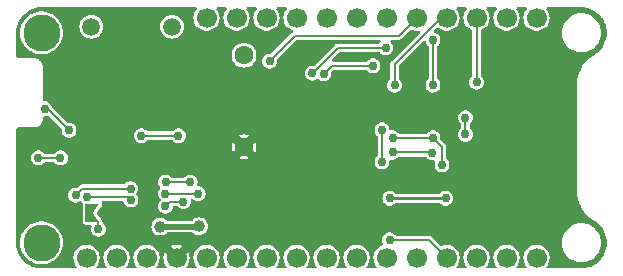
<source format=gbr>
%TF.GenerationSoftware,KiCad,Pcbnew,7.0.8*%
%TF.CreationDate,2024-01-05T08:02:46-05:00*%
%TF.ProjectId,weather-featherwing,77656174-6865-4722-9d66-656174686572,02*%
%TF.SameCoordinates,Original*%
%TF.FileFunction,Copper,L2,Bot*%
%TF.FilePolarity,Positive*%
%FSLAX46Y46*%
G04 Gerber Fmt 4.6, Leading zero omitted, Abs format (unit mm)*
G04 Created by KiCad (PCBNEW 7.0.8) date 2024-01-05 08:02:46*
%MOMM*%
%LPD*%
G01*
G04 APERTURE LIST*
G04 Aperture macros list*
%AMFreePoly0*
4,1,6,1.000000,0.000000,0.500000,-0.750000,-0.500000,-0.750000,-0.500000,0.750000,0.500000,0.750000,1.000000,0.000000,1.000000,0.000000,$1*%
%AMFreePoly1*
4,1,6,0.500000,-0.750000,-0.650000,-0.750000,-0.150000,0.000000,-0.650000,0.750000,0.500000,0.750000,0.500000,-0.750000,0.500000,-0.750000,$1*%
G04 Aperture macros list end*
%TA.AperFunction,ComponentPad*%
%ADD10C,1.600000*%
%TD*%
%TA.AperFunction,ComponentPad*%
%ADD11C,3.140000*%
%TD*%
%TA.AperFunction,ComponentPad*%
%ADD12C,1.500000*%
%TD*%
%TA.AperFunction,ComponentPad*%
%ADD13C,1.700000*%
%TD*%
%TA.AperFunction,SMDPad,CuDef*%
%ADD14FreePoly0,180.000000*%
%TD*%
%TA.AperFunction,SMDPad,CuDef*%
%ADD15FreePoly1,180.000000*%
%TD*%
%TA.AperFunction,ViaPad*%
%ADD16C,1.000000*%
%TD*%
%TA.AperFunction,ViaPad*%
%ADD17C,0.750000*%
%TD*%
%TA.AperFunction,Conductor*%
%ADD18C,0.500000*%
%TD*%
%TA.AperFunction,Conductor*%
%ADD19C,0.200000*%
%TD*%
%TA.AperFunction,Conductor*%
%ADD20C,0.250000*%
%TD*%
G04 APERTURE END LIST*
D10*
%TO.P,BT1,1,+*%
%TO.N,/VBAT*%
X133985000Y-100962000D03*
%TO.P,BT1,2,-*%
%TO.N,GND*%
X133985000Y-108712000D03*
%TD*%
D11*
%TO.P,H1,*%
%TO.N,*%
X116840000Y-99060000D03*
%TD*%
D12*
%TO.P,SW1,*%
%TO.N,*%
X127890000Y-98552000D03*
X121060000Y-98552000D03*
%TD*%
D11*
%TO.P,H2,*%
%TO.N,*%
X116840000Y-116840000D03*
%TD*%
D13*
%TO.P,J2,17,Pin_17*%
%TO.N,/SDA*%
X158750000Y-97790000D03*
%TO.P,J2,18,Pin_18*%
%TO.N,/SCL*%
X156210000Y-97790000D03*
%TO.P,J2,19,Pin_19*%
%TO.N,/CS_SD*%
X153670000Y-97790000D03*
%TO.P,J2,20,Pin_20*%
%TO.N,/CD*%
X151130000Y-97790000D03*
%TO.P,J2,21,Pin_21*%
%TO.N,/LPS_INT*%
X148590000Y-97790000D03*
%TO.P,J2,22,Pin_22*%
%TO.N,/NP_DIN*%
X146050000Y-97790000D03*
%TO.P,J2,23,3*%
%TO.N,/D11*%
X143510000Y-97790000D03*
%TO.P,J2,24,Pin_24*%
%TO.N,/D12*%
X140970000Y-97790000D03*
%TO.P,J2,25,Pin_25*%
%TO.N,/EEPROM_SCIO*%
X138430000Y-97790000D03*
%TO.P,J2,26,Pin_26*%
%TO.N,/USB*%
X135890000Y-97790000D03*
%TO.P,J2,27,Pin_27*%
%TO.N,/EN*%
X133350000Y-97790000D03*
%TO.P,J2,28,Pin_28*%
%TO.N,/BAT*%
X130810000Y-97790000D03*
%TD*%
D14*
%TO.P,JP1,1,A*%
%TO.N,GND*%
X122518000Y-114300000D03*
D15*
%TO.P,JP1,2,B*%
%TO.N,Net-(JP1-B)*%
X121068000Y-114300000D03*
%TD*%
D13*
%TO.P,J1,1,Pin_1*%
%TO.N,/RST*%
X120650000Y-118110000D03*
%TO.P,J1,2,Pin_2*%
%TO.N,+3V3*%
X123190000Y-118110000D03*
%TO.P,J1,3,Pin_3*%
X125730000Y-118110000D03*
%TO.P,J1,4,Pin_4*%
%TO.N,GND*%
X128270000Y-118110000D03*
%TO.P,J1,5,Pin_5*%
%TO.N,/VIN*%
X130810000Y-118110000D03*
%TO.P,J1,6,Pin_6*%
%TO.N,/A1*%
X133350000Y-118110000D03*
%TO.P,J1,7,Pin_7*%
%TO.N,/A2*%
X135890000Y-118110000D03*
%TO.P,J1,8,Pin_8*%
%TO.N,/A3*%
X138430000Y-118110000D03*
%TO.P,J1,9,Pin_9*%
%TO.N,/A4*%
X140970000Y-118110000D03*
%TO.P,J1,10,Pin_10*%
%TO.N,/A5*%
X143510000Y-118110000D03*
%TO.P,J1,11,Pin_11*%
%TO.N,/SCK*%
X146050000Y-118110000D03*
%TO.P,J1,12,Pin_12*%
%TO.N,/MOSI*%
X148590000Y-118110000D03*
%TO.P,J1,13,Pin_13*%
%TO.N,/MISO*%
X151130000Y-118110000D03*
%TO.P,J1,14,Pin_14*%
%TO.N,/RX*%
X153670000Y-118110000D03*
%TO.P,J1,15,Pin_15*%
%TO.N,/TX*%
X156210000Y-118110000D03*
%TO.P,J1,16,Pin_16*%
%TO.N,/DBG*%
X158750000Y-118110000D03*
%TD*%
D16*
%TO.N,+3V3*%
X126898400Y-115468400D03*
D17*
X152730200Y-107670600D03*
X149987000Y-103505000D03*
X152730200Y-106248200D03*
X149987000Y-99655500D03*
D16*
X130175000Y-115443000D03*
D17*
X118428900Y-109650997D03*
X116560600Y-109651800D03*
%TO.N,GND*%
X139319000Y-108712000D03*
X157480000Y-117195600D03*
X124587000Y-104902000D03*
X115850000Y-112200000D03*
X159893000Y-113030000D03*
X152374600Y-113258600D03*
X121081715Y-110435648D03*
X152374600Y-117195600D03*
X117856000Y-101346000D03*
X124409200Y-107340400D03*
X151968200Y-110312200D03*
X157607000Y-111379000D03*
X138963400Y-101015800D03*
D16*
X122174000Y-103759000D03*
D17*
X159258000Y-101473000D03*
X119507000Y-101346000D03*
X128397000Y-101854000D03*
X157607000Y-109347000D03*
X145796000Y-115443000D03*
X115850000Y-109000000D03*
X133985000Y-114046000D03*
X120650000Y-102362000D03*
X123698000Y-115417600D03*
X157607000Y-100203000D03*
X122555000Y-116586000D03*
X119735600Y-108229400D03*
X144526000Y-114808000D03*
%TO.N,/SCK*%
X146558000Y-109169200D03*
X149936200Y-109220000D03*
%TO.N,/MOSI*%
X146558000Y-107950000D03*
X149987000Y-107950000D03*
X150749000Y-110236000D03*
%TO.N,/MISO*%
X146304000Y-116586000D03*
%TO.N,/CS_SD*%
X153670000Y-103251000D03*
%TO.N,/DAT1*%
X151053800Y-113080800D03*
X146329400Y-113080800D03*
%TO.N,/CD*%
X145669000Y-109982000D03*
X145669000Y-107275500D03*
X146735800Y-103504500D03*
%TO.N,/SDA*%
X130098800Y-112674400D03*
X120705959Y-112954442D03*
X144907000Y-101854000D03*
X124409200Y-113207800D03*
X140741400Y-102539800D03*
X127330200Y-112674400D03*
%TO.N,/SCL*%
X129424300Y-111709200D03*
X127342700Y-111709200D03*
X117125056Y-105505944D03*
X145973800Y-100330000D03*
X119165500Y-107315000D03*
X139776650Y-102488550D03*
X119721614Y-112813500D03*
X124383547Y-112258644D03*
%TO.N,Net-(JP1-B)*%
X121658000Y-115697000D03*
%TO.N,/LPS_INT*%
X136144000Y-101473000D03*
X128436500Y-107772200D03*
X125281133Y-107772200D03*
%TO.N,/EEPROM_SCIO*%
X127326913Y-113750000D03*
X128854200Y-113348900D03*
%TD*%
D18*
%TO.N,+3V3*%
X130149600Y-115468400D02*
X126898400Y-115468400D01*
X130175000Y-115443000D02*
X130149600Y-115468400D01*
D19*
X152730200Y-106248200D02*
X152730200Y-107670600D01*
X149987000Y-99655500D02*
X149987000Y-103505000D01*
X118428900Y-109650997D02*
X118428097Y-109651800D01*
X118428097Y-109651800D02*
X116560600Y-109651800D01*
%TO.N,/SCK*%
X146583400Y-109194600D02*
X146558000Y-109169200D01*
X149910800Y-109194600D02*
X146583400Y-109194600D01*
X149936200Y-109220000D02*
X149910800Y-109194600D01*
%TO.N,/MOSI*%
X150749000Y-108712000D02*
X149987000Y-107950000D01*
X146558000Y-107950000D02*
X149987000Y-107950000D01*
X150749000Y-110236000D02*
X150749000Y-108712000D01*
%TO.N,/MISO*%
X146304000Y-116586000D02*
X149606000Y-116586000D01*
X149606000Y-116586000D02*
X151130000Y-118110000D01*
%TO.N,/CS_SD*%
X153670000Y-97790000D02*
X153670000Y-103251000D01*
D20*
%TO.N,/DAT1*%
X151053800Y-113080800D02*
X146329400Y-113080800D01*
D19*
%TO.N,/CD*%
X146735800Y-103504500D02*
X146735800Y-101701600D01*
X146735800Y-101701600D02*
X150647400Y-97790000D01*
X150647400Y-97790000D02*
X151130000Y-97790000D01*
X145669000Y-107275500D02*
X145669000Y-109982000D01*
%TO.N,/SDA*%
X140741400Y-102539800D02*
X141427200Y-101854000D01*
X130098800Y-112674400D02*
X127330200Y-112674400D01*
X124155342Y-112953942D02*
X124409200Y-113207800D01*
X120706459Y-112953942D02*
X124155342Y-112953942D01*
X141427200Y-101854000D02*
X144907000Y-101854000D01*
X120705959Y-112954442D02*
X120706459Y-112953942D01*
%TO.N,/SCL*%
X119165500Y-107315000D02*
X117356444Y-105505944D01*
X139787567Y-102488550D02*
X139776650Y-102488550D01*
X119721614Y-112813500D02*
X120276470Y-112258644D01*
X145973800Y-100330000D02*
X141946117Y-100330000D01*
X120276470Y-112258644D02*
X124383547Y-112258644D01*
X129424300Y-111709200D02*
X127342700Y-111709200D01*
X141946117Y-100330000D02*
X139787567Y-102488550D01*
X117356444Y-105505944D02*
X117125056Y-105505944D01*
%TO.N,Net-(JP1-B)*%
X121658000Y-115697000D02*
X121658000Y-115114264D01*
X121658000Y-115114264D02*
X121068000Y-114524264D01*
X121068000Y-114524264D02*
X121068000Y-114300000D01*
%TO.N,/LPS_INT*%
X125281133Y-107772200D02*
X128436500Y-107772200D01*
X147066000Y-99314000D02*
X138303000Y-99314000D01*
X138303000Y-99314000D02*
X136144000Y-101473000D01*
X148590000Y-97790000D02*
X147066000Y-99314000D01*
%TO.N,/EEPROM_SCIO*%
X128853100Y-113350000D02*
X128854200Y-113348900D01*
X127726913Y-113350000D02*
X128853100Y-113350000D01*
X127326913Y-113750000D02*
X127726913Y-113350000D01*
%TD*%
%TA.AperFunction,Conductor*%
%TO.N,GND*%
G36*
X129919934Y-96921185D02*
G01*
X129965689Y-96973989D01*
X129975633Y-97043147D01*
X129951849Y-97100225D01*
X129918448Y-97144455D01*
X129870327Y-97208178D01*
X129779422Y-97390739D01*
X129779417Y-97390752D01*
X129723602Y-97586917D01*
X129704785Y-97789999D01*
X129704785Y-97790000D01*
X129723602Y-97993082D01*
X129779417Y-98189247D01*
X129779422Y-98189260D01*
X129870327Y-98371821D01*
X129993237Y-98534581D01*
X130143958Y-98671980D01*
X130143960Y-98671982D01*
X130143962Y-98671983D01*
X130317363Y-98779348D01*
X130507544Y-98853024D01*
X130708024Y-98890500D01*
X130708026Y-98890500D01*
X130911974Y-98890500D01*
X130911976Y-98890500D01*
X131112456Y-98853024D01*
X131302637Y-98779348D01*
X131476041Y-98671981D01*
X131626764Y-98534579D01*
X131749673Y-98371821D01*
X131840582Y-98189250D01*
X131896397Y-97993083D01*
X131915215Y-97790000D01*
X131896397Y-97586917D01*
X131840582Y-97390750D01*
X131828630Y-97366748D01*
X131786257Y-97281651D01*
X131749673Y-97208179D01*
X131668150Y-97100225D01*
X131643459Y-97034866D01*
X131658024Y-96966531D01*
X131707221Y-96916919D01*
X131767105Y-96901500D01*
X132392895Y-96901500D01*
X132459934Y-96921185D01*
X132505689Y-96973989D01*
X132515633Y-97043147D01*
X132491849Y-97100225D01*
X132458448Y-97144455D01*
X132410327Y-97208178D01*
X132319422Y-97390739D01*
X132319417Y-97390752D01*
X132263602Y-97586917D01*
X132244785Y-97789999D01*
X132244785Y-97790000D01*
X132263602Y-97993082D01*
X132319417Y-98189247D01*
X132319422Y-98189260D01*
X132410327Y-98371821D01*
X132533237Y-98534581D01*
X132683958Y-98671980D01*
X132683960Y-98671982D01*
X132683962Y-98671983D01*
X132857363Y-98779348D01*
X133047544Y-98853024D01*
X133248024Y-98890500D01*
X133248026Y-98890500D01*
X133451974Y-98890500D01*
X133451976Y-98890500D01*
X133652456Y-98853024D01*
X133842637Y-98779348D01*
X134016041Y-98671981D01*
X134166764Y-98534579D01*
X134289673Y-98371821D01*
X134380582Y-98189250D01*
X134436397Y-97993083D01*
X134455215Y-97790000D01*
X134436397Y-97586917D01*
X134380582Y-97390750D01*
X134368630Y-97366748D01*
X134326257Y-97281651D01*
X134289673Y-97208179D01*
X134208150Y-97100225D01*
X134183459Y-97034866D01*
X134198024Y-96966531D01*
X134247221Y-96916919D01*
X134307105Y-96901500D01*
X134932895Y-96901500D01*
X134999934Y-96921185D01*
X135045689Y-96973989D01*
X135055633Y-97043147D01*
X135031849Y-97100225D01*
X134998448Y-97144455D01*
X134950327Y-97208178D01*
X134859422Y-97390739D01*
X134859417Y-97390752D01*
X134803602Y-97586917D01*
X134784785Y-97789999D01*
X134784785Y-97790000D01*
X134803602Y-97993082D01*
X134859417Y-98189247D01*
X134859422Y-98189260D01*
X134950327Y-98371821D01*
X135073237Y-98534581D01*
X135223958Y-98671980D01*
X135223960Y-98671982D01*
X135223962Y-98671983D01*
X135397363Y-98779348D01*
X135587544Y-98853024D01*
X135788024Y-98890500D01*
X135788026Y-98890500D01*
X135991974Y-98890500D01*
X135991976Y-98890500D01*
X136192456Y-98853024D01*
X136382637Y-98779348D01*
X136556041Y-98671981D01*
X136706764Y-98534579D01*
X136829673Y-98371821D01*
X136920582Y-98189250D01*
X136976397Y-97993083D01*
X136995215Y-97790000D01*
X136976397Y-97586917D01*
X136920582Y-97390750D01*
X136908630Y-97366748D01*
X136866257Y-97281651D01*
X136829673Y-97208179D01*
X136748150Y-97100225D01*
X136723459Y-97034866D01*
X136738024Y-96966531D01*
X136787221Y-96916919D01*
X136847105Y-96901500D01*
X137472895Y-96901500D01*
X137539934Y-96921185D01*
X137585689Y-96973989D01*
X137595633Y-97043147D01*
X137571849Y-97100225D01*
X137538448Y-97144455D01*
X137490327Y-97208178D01*
X137399422Y-97390739D01*
X137399417Y-97390752D01*
X137343602Y-97586917D01*
X137324785Y-97789999D01*
X137324785Y-97790000D01*
X137343602Y-97993082D01*
X137399417Y-98189247D01*
X137399422Y-98189260D01*
X137490327Y-98371821D01*
X137613237Y-98534581D01*
X137763958Y-98671980D01*
X137763960Y-98671982D01*
X137763962Y-98671983D01*
X137937363Y-98779348D01*
X138049780Y-98822898D01*
X138105181Y-98865471D01*
X138128772Y-98931238D01*
X138113061Y-98999318D01*
X138090788Y-99025186D01*
X138091699Y-99026025D01*
X138050042Y-99071275D01*
X136310136Y-100811181D01*
X136248813Y-100844666D01*
X136222455Y-100847500D01*
X136068050Y-100847500D01*
X135920567Y-100883851D01*
X135786067Y-100954442D01*
X135763268Y-100974640D01*
X135673766Y-101053932D01*
X135672367Y-101055171D01*
X135586080Y-101180179D01*
X135586079Y-101180180D01*
X135532215Y-101322208D01*
X135528459Y-101353141D01*
X135513906Y-101473000D01*
X135532215Y-101623791D01*
X135586079Y-101765819D01*
X135672368Y-101890830D01*
X135786066Y-101991557D01*
X135920566Y-102062148D01*
X135955344Y-102070720D01*
X136068050Y-102098500D01*
X136068051Y-102098500D01*
X136219950Y-102098500D01*
X136269110Y-102086382D01*
X136367434Y-102062148D01*
X136501934Y-101991557D01*
X136615632Y-101890830D01*
X136701921Y-101765819D01*
X136755785Y-101623791D01*
X136774094Y-101473000D01*
X136766817Y-101413074D01*
X136778277Y-101344153D01*
X136802229Y-101310451D01*
X138411863Y-99700819D01*
X138473186Y-99667334D01*
X138499544Y-99664500D01*
X145454769Y-99664500D01*
X145521808Y-99684185D01*
X145567563Y-99736989D01*
X145577507Y-99806147D01*
X145548482Y-99869703D01*
X145537001Y-99881310D01*
X145508662Y-99906417D01*
X145502166Y-99912172D01*
X145492662Y-99925941D01*
X145438379Y-99969931D01*
X145390613Y-99979500D01*
X141995328Y-99979500D01*
X141969882Y-99976861D01*
X141960802Y-99974957D01*
X141960801Y-99974957D01*
X141960799Y-99974957D01*
X141928178Y-99979023D01*
X141920502Y-99979500D01*
X141917077Y-99979500D01*
X141895574Y-99983087D01*
X141844725Y-99989426D01*
X141837683Y-99991522D01*
X141830737Y-99993907D01*
X141785667Y-100018297D01*
X141739630Y-100040803D01*
X141733655Y-100045069D01*
X141727863Y-100049577D01*
X141693148Y-100087287D01*
X139953061Y-101827372D01*
X139891738Y-101860857D01*
X139860099Y-101862336D01*
X139860099Y-101863050D01*
X139700700Y-101863050D01*
X139553217Y-101899401D01*
X139418717Y-101969992D01*
X139305017Y-102070721D01*
X139218730Y-102195729D01*
X139218729Y-102195730D01*
X139189869Y-102271830D01*
X139164865Y-102337759D01*
X139146556Y-102488550D01*
X139164865Y-102639341D01*
X139218729Y-102781369D01*
X139305018Y-102906380D01*
X139418716Y-103007107D01*
X139553216Y-103077698D01*
X139626958Y-103095874D01*
X139700700Y-103114050D01*
X139700701Y-103114050D01*
X139852600Y-103114050D01*
X139925035Y-103096196D01*
X140000084Y-103077698D01*
X140134584Y-103007107D01*
X140147872Y-102995335D01*
X140211104Y-102965613D01*
X140280368Y-102974795D01*
X140312327Y-102995334D01*
X140383464Y-103058356D01*
X140383466Y-103058357D01*
X140517966Y-103128948D01*
X140591708Y-103147124D01*
X140665450Y-103165300D01*
X140665451Y-103165300D01*
X140817350Y-103165300D01*
X140866510Y-103153182D01*
X140964834Y-103128948D01*
X141099334Y-103058357D01*
X141213032Y-102957630D01*
X141299321Y-102832619D01*
X141353185Y-102690591D01*
X141371494Y-102539800D01*
X141364217Y-102479874D01*
X141375677Y-102410953D01*
X141399626Y-102377254D01*
X141536064Y-102240817D01*
X141597387Y-102207334D01*
X141623744Y-102204500D01*
X144323813Y-102204500D01*
X144390852Y-102224185D01*
X144425862Y-102258059D01*
X144435366Y-102271828D01*
X144435367Y-102271829D01*
X144435368Y-102271830D01*
X144549066Y-102372557D01*
X144683566Y-102443148D01*
X144757308Y-102461324D01*
X144831050Y-102479500D01*
X144831051Y-102479500D01*
X144982950Y-102479500D01*
X145032110Y-102467382D01*
X145130434Y-102443148D01*
X145264934Y-102372557D01*
X145378632Y-102271830D01*
X145464921Y-102146819D01*
X145518785Y-102004791D01*
X145537094Y-101854000D01*
X145518785Y-101703209D01*
X145464921Y-101561181D01*
X145378632Y-101436170D01*
X145264934Y-101335443D01*
X145130434Y-101264852D01*
X145130433Y-101264851D01*
X145130432Y-101264851D01*
X144982950Y-101228500D01*
X144982949Y-101228500D01*
X144831051Y-101228500D01*
X144831050Y-101228500D01*
X144683567Y-101264851D01*
X144549067Y-101335442D01*
X144435366Y-101436171D01*
X144425862Y-101449941D01*
X144371579Y-101493931D01*
X144323813Y-101503500D01*
X141567661Y-101503500D01*
X141500622Y-101483815D01*
X141454867Y-101431011D01*
X141444923Y-101361853D01*
X141473948Y-101298297D01*
X141479980Y-101291819D01*
X142054980Y-100716819D01*
X142116303Y-100683334D01*
X142142661Y-100680500D01*
X145390613Y-100680500D01*
X145457652Y-100700185D01*
X145492662Y-100734059D01*
X145502166Y-100747828D01*
X145502167Y-100747829D01*
X145502168Y-100747830D01*
X145615866Y-100848557D01*
X145750366Y-100919148D01*
X145824108Y-100937324D01*
X145897850Y-100955500D01*
X145897851Y-100955500D01*
X146049750Y-100955500D01*
X146098910Y-100943382D01*
X146197234Y-100919148D01*
X146331734Y-100848557D01*
X146445432Y-100747830D01*
X146531721Y-100622819D01*
X146585585Y-100480791D01*
X146603894Y-100330000D01*
X146585585Y-100179209D01*
X146531721Y-100037181D01*
X146445432Y-99912170D01*
X146410602Y-99881314D01*
X146373478Y-99822127D01*
X146374245Y-99752261D01*
X146412662Y-99693901D01*
X146476532Y-99665576D01*
X146492831Y-99664500D01*
X147016789Y-99664500D01*
X147042234Y-99667138D01*
X147051315Y-99669043D01*
X147067005Y-99667087D01*
X147083939Y-99664977D01*
X147091615Y-99664500D01*
X147095035Y-99664500D01*
X147095040Y-99664500D01*
X147098608Y-99663904D01*
X147116539Y-99660913D01*
X147143958Y-99657494D01*
X147167393Y-99654573D01*
X147167402Y-99654568D01*
X147174451Y-99652470D01*
X147181377Y-99650092D01*
X147181381Y-99650092D01*
X147226444Y-99625704D01*
X147272484Y-99603198D01*
X147272487Y-99603194D01*
X147278453Y-99598935D01*
X147284254Y-99594419D01*
X147284258Y-99594418D01*
X147318957Y-99556724D01*
X148039489Y-98836191D01*
X148100810Y-98802708D01*
X148170501Y-98807692D01*
X148171962Y-98808248D01*
X148270182Y-98846298D01*
X148287544Y-98853024D01*
X148488024Y-98890500D01*
X148488026Y-98890500D01*
X148691975Y-98890500D01*
X148691976Y-98890500D01*
X148740195Y-98881486D01*
X148809708Y-98888515D01*
X148864387Y-98932012D01*
X148886871Y-98998165D01*
X148870019Y-99065973D01*
X148850661Y-99091055D01*
X146522755Y-101418961D01*
X146502906Y-101435082D01*
X146495131Y-101440162D01*
X146474943Y-101466098D01*
X146469867Y-101471848D01*
X146467434Y-101474281D01*
X146467423Y-101474294D01*
X146454754Y-101492038D01*
X146423283Y-101532472D01*
X146419775Y-101538953D01*
X146416560Y-101545532D01*
X146401938Y-101594645D01*
X146385298Y-101643116D01*
X146384094Y-101650333D01*
X146383182Y-101657646D01*
X146385300Y-101708830D01*
X146385300Y-102923548D01*
X146365615Y-102990587D01*
X146343528Y-103016363D01*
X146264167Y-103086670D01*
X146177880Y-103211679D01*
X146177879Y-103211680D01*
X146177690Y-103212180D01*
X146124015Y-103353709D01*
X146105706Y-103504500D01*
X146124015Y-103655291D01*
X146177879Y-103797319D01*
X146264168Y-103922330D01*
X146377866Y-104023057D01*
X146512366Y-104093648D01*
X146586108Y-104111824D01*
X146659850Y-104130000D01*
X146659851Y-104130000D01*
X146811750Y-104130000D01*
X146860910Y-104117882D01*
X146959234Y-104093648D01*
X147093734Y-104023057D01*
X147207432Y-103922330D01*
X147293721Y-103797319D01*
X147347585Y-103655291D01*
X147365894Y-103504500D01*
X147347585Y-103353709D01*
X147293721Y-103211681D01*
X147207432Y-103086670D01*
X147175472Y-103058356D01*
X147128072Y-103016363D01*
X147090946Y-102957173D01*
X147086300Y-102923548D01*
X147086300Y-101898142D01*
X147105985Y-101831103D01*
X147122614Y-101810466D01*
X149171293Y-99761786D01*
X149232614Y-99728303D01*
X149302306Y-99733287D01*
X149358239Y-99775159D01*
X149374914Y-99805498D01*
X149415370Y-99912171D01*
X149429079Y-99948319D01*
X149515368Y-100073330D01*
X149594727Y-100143636D01*
X149631854Y-100202825D01*
X149636500Y-100236451D01*
X149636500Y-102924048D01*
X149616815Y-102991087D01*
X149594728Y-103016863D01*
X149515367Y-103087170D01*
X149429080Y-103212179D01*
X149429079Y-103212180D01*
X149375215Y-103354208D01*
X149368099Y-103412815D01*
X149356906Y-103505000D01*
X149375215Y-103655791D01*
X149429079Y-103797819D01*
X149515368Y-103922830D01*
X149629066Y-104023557D01*
X149763566Y-104094148D01*
X149837308Y-104112324D01*
X149911050Y-104130500D01*
X149911051Y-104130500D01*
X150062950Y-104130500D01*
X150112110Y-104118382D01*
X150210434Y-104094148D01*
X150344934Y-104023557D01*
X150458632Y-103922830D01*
X150544921Y-103797819D01*
X150598785Y-103655791D01*
X150617094Y-103505000D01*
X150598785Y-103354209D01*
X150544921Y-103212181D01*
X150458632Y-103087170D01*
X150385629Y-103022495D01*
X150379272Y-103016863D01*
X150342146Y-102957673D01*
X150337500Y-102924048D01*
X150337500Y-100236451D01*
X150357185Y-100169412D01*
X150379271Y-100143637D01*
X150458632Y-100073330D01*
X150544921Y-99948319D01*
X150598785Y-99806291D01*
X150617094Y-99655500D01*
X150598785Y-99504709D01*
X150544921Y-99362681D01*
X150458632Y-99237670D01*
X150344934Y-99136943D01*
X150210434Y-99066352D01*
X150210431Y-99066351D01*
X150210429Y-99066350D01*
X150148159Y-99051001D01*
X150087779Y-99015844D01*
X150055991Y-98953625D01*
X150062889Y-98884096D01*
X150090153Y-98842926D01*
X150274120Y-98658959D01*
X150335441Y-98625476D01*
X150405133Y-98630460D01*
X150445336Y-98655003D01*
X150463959Y-98671981D01*
X150637363Y-98779348D01*
X150827544Y-98853024D01*
X151028024Y-98890500D01*
X151028026Y-98890500D01*
X151231974Y-98890500D01*
X151231976Y-98890500D01*
X151432456Y-98853024D01*
X151622637Y-98779348D01*
X151796041Y-98671981D01*
X151946764Y-98534579D01*
X152069673Y-98371821D01*
X152160582Y-98189250D01*
X152216397Y-97993083D01*
X152235215Y-97790000D01*
X152216397Y-97586917D01*
X152160582Y-97390750D01*
X152148630Y-97366748D01*
X152106257Y-97281651D01*
X152069673Y-97208179D01*
X151988150Y-97100225D01*
X151963459Y-97034866D01*
X151978024Y-96966531D01*
X152027221Y-96916919D01*
X152087105Y-96901500D01*
X152712895Y-96901500D01*
X152779934Y-96921185D01*
X152825689Y-96973989D01*
X152835633Y-97043147D01*
X152811849Y-97100225D01*
X152778448Y-97144455D01*
X152730327Y-97208178D01*
X152639422Y-97390739D01*
X152639417Y-97390752D01*
X152583602Y-97586917D01*
X152564785Y-97789999D01*
X152564785Y-97790000D01*
X152583602Y-97993082D01*
X152639417Y-98189247D01*
X152639422Y-98189260D01*
X152730327Y-98371821D01*
X152853237Y-98534581D01*
X153003958Y-98671980D01*
X153003960Y-98671982D01*
X153003962Y-98671983D01*
X153177363Y-98779348D01*
X153177368Y-98779349D01*
X153177370Y-98779351D01*
X153207801Y-98791139D01*
X153240292Y-98803726D01*
X153295694Y-98846298D01*
X153319286Y-98912064D01*
X153319500Y-98919353D01*
X153319500Y-102670048D01*
X153299815Y-102737087D01*
X153277728Y-102762863D01*
X153198367Y-102833170D01*
X153112080Y-102958179D01*
X153112079Y-102958180D01*
X153058215Y-103100208D01*
X153044619Y-103212181D01*
X153039906Y-103251000D01*
X153058215Y-103401791D01*
X153112079Y-103543819D01*
X153198368Y-103668830D01*
X153312066Y-103769557D01*
X153446566Y-103840148D01*
X153520308Y-103858324D01*
X153594050Y-103876500D01*
X153594051Y-103876500D01*
X153745950Y-103876500D01*
X153795110Y-103864382D01*
X153893434Y-103840148D01*
X154027934Y-103769557D01*
X154141632Y-103668830D01*
X154227921Y-103543819D01*
X154281785Y-103401791D01*
X154300094Y-103251000D01*
X154281785Y-103100209D01*
X154227921Y-102958181D01*
X154141632Y-102833170D01*
X154141010Y-102832619D01*
X154062272Y-102762863D01*
X154025146Y-102703673D01*
X154020500Y-102670048D01*
X154020500Y-99060000D01*
X160903393Y-99060000D01*
X160923789Y-99319153D01*
X160984472Y-99571919D01*
X161083951Y-99812084D01*
X161219773Y-100033723D01*
X161219774Y-100033726D01*
X161266470Y-100088400D01*
X161388602Y-100231398D01*
X161541616Y-100362084D01*
X161586273Y-100400225D01*
X161586276Y-100400226D01*
X161807915Y-100536048D01*
X162020051Y-100623917D01*
X162048080Y-100635527D01*
X162300850Y-100696211D01*
X162471234Y-100709620D01*
X162495108Y-100711500D01*
X162495111Y-100711500D01*
X162624892Y-100711500D01*
X162647825Y-100709694D01*
X162819150Y-100696211D01*
X163071920Y-100635527D01*
X163312084Y-100536048D01*
X163533729Y-100400223D01*
X163731398Y-100231398D01*
X163900223Y-100033729D01*
X164036048Y-99812084D01*
X164135527Y-99571920D01*
X164196211Y-99319150D01*
X164216607Y-99060000D01*
X164196211Y-98800850D01*
X164135527Y-98548080D01*
X164124678Y-98521887D01*
X164036048Y-98307915D01*
X163900226Y-98086276D01*
X163900225Y-98086273D01*
X163862084Y-98041616D01*
X163731398Y-97888602D01*
X163600710Y-97776984D01*
X163533726Y-97719774D01*
X163533723Y-97719773D01*
X163312084Y-97583951D01*
X163071919Y-97484472D01*
X162887169Y-97440118D01*
X162819150Y-97423789D01*
X162670759Y-97412110D01*
X162624892Y-97408500D01*
X162624889Y-97408500D01*
X162495111Y-97408500D01*
X162495108Y-97408500D01*
X162445322Y-97412418D01*
X162300850Y-97423789D01*
X162300846Y-97423790D01*
X162048080Y-97484472D01*
X161807915Y-97583951D01*
X161586276Y-97719773D01*
X161586273Y-97719774D01*
X161388602Y-97888602D01*
X161219774Y-98086273D01*
X161219773Y-98086276D01*
X161083951Y-98307915D01*
X160984472Y-98548080D01*
X160923789Y-98800846D01*
X160903393Y-99060000D01*
X154020500Y-99060000D01*
X154020500Y-98919353D01*
X154040185Y-98852314D01*
X154092989Y-98806559D01*
X154099699Y-98803729D01*
X154162637Y-98779348D01*
X154336041Y-98671981D01*
X154486764Y-98534579D01*
X154609673Y-98371821D01*
X154700582Y-98189250D01*
X154756397Y-97993083D01*
X154775215Y-97790000D01*
X154756397Y-97586917D01*
X154700582Y-97390750D01*
X154688630Y-97366748D01*
X154646257Y-97281651D01*
X154609673Y-97208179D01*
X154528150Y-97100225D01*
X154503459Y-97034866D01*
X154518024Y-96966531D01*
X154567221Y-96916919D01*
X154627105Y-96901500D01*
X155252895Y-96901500D01*
X155319934Y-96921185D01*
X155365689Y-96973989D01*
X155375633Y-97043147D01*
X155351849Y-97100225D01*
X155318448Y-97144455D01*
X155270327Y-97208178D01*
X155179422Y-97390739D01*
X155179417Y-97390752D01*
X155123602Y-97586917D01*
X155104785Y-97789999D01*
X155104785Y-97790000D01*
X155123602Y-97993082D01*
X155179417Y-98189247D01*
X155179422Y-98189260D01*
X155270327Y-98371821D01*
X155393237Y-98534581D01*
X155543958Y-98671980D01*
X155543960Y-98671982D01*
X155543962Y-98671983D01*
X155717363Y-98779348D01*
X155907544Y-98853024D01*
X156108024Y-98890500D01*
X156108026Y-98890500D01*
X156311974Y-98890500D01*
X156311976Y-98890500D01*
X156512456Y-98853024D01*
X156702637Y-98779348D01*
X156876041Y-98671981D01*
X157026764Y-98534579D01*
X157149673Y-98371821D01*
X157240582Y-98189250D01*
X157296397Y-97993083D01*
X157315215Y-97790000D01*
X157296397Y-97586917D01*
X157240582Y-97390750D01*
X157228630Y-97366748D01*
X157186257Y-97281651D01*
X157149673Y-97208179D01*
X157068150Y-97100225D01*
X157043459Y-97034866D01*
X157058024Y-96966531D01*
X157107221Y-96916919D01*
X157167105Y-96901500D01*
X157792895Y-96901500D01*
X157859934Y-96921185D01*
X157905689Y-96973989D01*
X157915633Y-97043147D01*
X157891849Y-97100225D01*
X157858448Y-97144455D01*
X157810327Y-97208178D01*
X157719422Y-97390739D01*
X157719417Y-97390752D01*
X157663602Y-97586917D01*
X157644785Y-97789999D01*
X157644785Y-97790000D01*
X157663602Y-97993082D01*
X157719417Y-98189247D01*
X157719422Y-98189260D01*
X157810327Y-98371821D01*
X157933237Y-98534581D01*
X158083958Y-98671980D01*
X158083960Y-98671982D01*
X158083962Y-98671983D01*
X158257363Y-98779348D01*
X158447544Y-98853024D01*
X158648024Y-98890500D01*
X158648026Y-98890500D01*
X158851974Y-98890500D01*
X158851976Y-98890500D01*
X159052456Y-98853024D01*
X159242637Y-98779348D01*
X159416041Y-98671981D01*
X159566764Y-98534579D01*
X159689673Y-98371821D01*
X159780582Y-98189250D01*
X159836397Y-97993083D01*
X159855215Y-97790000D01*
X159836397Y-97586917D01*
X159780582Y-97390750D01*
X159768630Y-97366748D01*
X159726257Y-97281651D01*
X159689673Y-97208179D01*
X159608150Y-97100225D01*
X159583459Y-97034866D01*
X159598024Y-96966531D01*
X159647221Y-96916919D01*
X159707105Y-96901500D01*
X162505149Y-96901500D01*
X162558122Y-96901500D01*
X162561866Y-96901613D01*
X162622372Y-96905272D01*
X162816438Y-96917011D01*
X162823871Y-96917915D01*
X162872748Y-96926871D01*
X163072889Y-96963548D01*
X163080138Y-96965336D01*
X163321838Y-97040652D01*
X163328831Y-97043305D01*
X163455307Y-97100227D01*
X163559687Y-97147204D01*
X163566313Y-97150682D01*
X163634927Y-97192161D01*
X163782961Y-97281651D01*
X163789127Y-97285907D01*
X163988405Y-97442033D01*
X163993993Y-97446983D01*
X164173015Y-97626005D01*
X164177967Y-97631595D01*
X164247051Y-97719773D01*
X164334091Y-97830871D01*
X164338348Y-97837038D01*
X164469314Y-98053681D01*
X164472797Y-98060317D01*
X164576694Y-98291168D01*
X164579350Y-98298170D01*
X164597330Y-98355870D01*
X164654660Y-98539849D01*
X164656454Y-98547125D01*
X164702084Y-98796128D01*
X164702988Y-98803567D01*
X164718277Y-99056334D01*
X164718286Y-99063678D01*
X164704198Y-99306263D01*
X164703365Y-99313409D01*
X164661276Y-99552817D01*
X164659621Y-99559819D01*
X164590101Y-99792748D01*
X164587647Y-99799512D01*
X164491629Y-100022830D01*
X164488408Y-100029264D01*
X164367189Y-100239958D01*
X164363245Y-100245976D01*
X164218454Y-100441217D01*
X164213840Y-100446738D01*
X164047412Y-100623917D01*
X164042190Y-100628867D01*
X163856376Y-100785584D01*
X163850616Y-100789895D01*
X163646412Y-100925042D01*
X163643356Y-100926940D01*
X163593765Y-100955772D01*
X163593570Y-100955903D01*
X163507765Y-101005800D01*
X163507749Y-101005810D01*
X163252303Y-101194075D01*
X163018756Y-101408894D01*
X163018738Y-101408911D01*
X162809843Y-101647743D01*
X162809836Y-101647752D01*
X162628010Y-101907839D01*
X162475426Y-102186080D01*
X162353874Y-102479208D01*
X162264783Y-102783774D01*
X162264781Y-102783783D01*
X162209203Y-103096188D01*
X162209200Y-103096209D01*
X162187782Y-103412800D01*
X162187781Y-103412815D01*
X162193944Y-103563485D01*
X162193944Y-112336269D01*
X162187771Y-112487184D01*
X162187772Y-112487199D01*
X162209190Y-112803791D01*
X162209193Y-112803812D01*
X162264772Y-113116218D01*
X162264774Y-113116227D01*
X162348557Y-113402649D01*
X162353867Y-113420800D01*
X162386140Y-113498628D01*
X162475418Y-113713929D01*
X162628001Y-113992166D01*
X162750806Y-114167828D01*
X162809824Y-114252247D01*
X163018741Y-114491105D01*
X163252298Y-114705932D01*
X163507747Y-114894201D01*
X163522072Y-114902531D01*
X163593287Y-114943944D01*
X163593359Y-114943993D01*
X163643338Y-114973050D01*
X163646394Y-114974947D01*
X163689382Y-115003397D01*
X163850623Y-115110109D01*
X163856377Y-115114417D01*
X164042193Y-115271137D01*
X164047410Y-115276082D01*
X164204198Y-115442997D01*
X164213832Y-115453253D01*
X164218446Y-115458774D01*
X164363247Y-115654028D01*
X164367190Y-115660044D01*
X164372113Y-115668602D01*
X164488411Y-115870743D01*
X164491631Y-115877177D01*
X164587649Y-116100494D01*
X164590098Y-116107243D01*
X164659621Y-116340181D01*
X164661275Y-116347183D01*
X164703364Y-116586590D01*
X164704197Y-116593736D01*
X164718285Y-116836333D01*
X164718276Y-116843677D01*
X164702988Y-117096432D01*
X164702084Y-117103871D01*
X164656454Y-117352874D01*
X164654660Y-117360150D01*
X164579352Y-117601824D01*
X164576694Y-117608831D01*
X164472797Y-117839682D01*
X164469314Y-117846318D01*
X164338348Y-118062961D01*
X164334091Y-118069128D01*
X164216811Y-118218824D01*
X164178822Y-118267315D01*
X164177977Y-118268393D01*
X164173008Y-118274002D01*
X163994002Y-118453008D01*
X163988396Y-118457974D01*
X163965119Y-118476211D01*
X163789128Y-118614091D01*
X163782961Y-118618348D01*
X163566318Y-118749314D01*
X163559682Y-118752797D01*
X163328831Y-118856694D01*
X163321824Y-118859352D01*
X163080150Y-118934660D01*
X163072874Y-118936454D01*
X162823871Y-118982084D01*
X162816432Y-118982988D01*
X162561867Y-118998387D01*
X162558122Y-118998500D01*
X159707105Y-118998500D01*
X159640066Y-118978815D01*
X159594311Y-118926011D01*
X159584367Y-118856853D01*
X159608150Y-118799774D01*
X159689673Y-118691821D01*
X159780582Y-118509250D01*
X159836397Y-118313083D01*
X159855215Y-118110000D01*
X159851153Y-118066168D01*
X159836397Y-117906917D01*
X159825438Y-117868400D01*
X159780582Y-117710750D01*
X159769313Y-117688119D01*
X159704076Y-117557104D01*
X159689673Y-117528179D01*
X159566764Y-117365421D01*
X159566762Y-117365418D01*
X159416041Y-117228019D01*
X159416039Y-117228017D01*
X159242642Y-117120655D01*
X159242635Y-117120651D01*
X159098734Y-117064904D01*
X159052456Y-117046976D01*
X158851976Y-117009500D01*
X158648024Y-117009500D01*
X158447544Y-117046976D01*
X158447541Y-117046976D01*
X158447541Y-117046977D01*
X158257364Y-117120651D01*
X158257357Y-117120655D01*
X158083960Y-117228017D01*
X158083958Y-117228019D01*
X157933237Y-117365418D01*
X157810327Y-117528178D01*
X157719422Y-117710739D01*
X157719417Y-117710752D01*
X157663602Y-117906917D01*
X157644785Y-118109999D01*
X157644785Y-118110000D01*
X157663602Y-118313082D01*
X157719417Y-118509247D01*
X157719422Y-118509260D01*
X157794731Y-118660500D01*
X157810327Y-118691821D01*
X157891849Y-118799774D01*
X157916541Y-118865134D01*
X157901976Y-118933469D01*
X157852779Y-118983081D01*
X157792895Y-118998500D01*
X157167105Y-118998500D01*
X157100066Y-118978815D01*
X157054311Y-118926011D01*
X157044367Y-118856853D01*
X157068150Y-118799774D01*
X157149673Y-118691821D01*
X157240582Y-118509250D01*
X157296397Y-118313083D01*
X157315215Y-118110000D01*
X157311153Y-118066168D01*
X157296397Y-117906917D01*
X157285438Y-117868400D01*
X157240582Y-117710750D01*
X157229313Y-117688119D01*
X157164076Y-117557104D01*
X157149673Y-117528179D01*
X157026764Y-117365421D01*
X157026762Y-117365418D01*
X156876041Y-117228019D01*
X156876039Y-117228017D01*
X156702642Y-117120655D01*
X156702635Y-117120651D01*
X156558734Y-117064904D01*
X156512456Y-117046976D01*
X156311976Y-117009500D01*
X156108024Y-117009500D01*
X155907544Y-117046976D01*
X155907541Y-117046976D01*
X155907541Y-117046977D01*
X155717364Y-117120651D01*
X155717357Y-117120655D01*
X155543960Y-117228017D01*
X155543958Y-117228019D01*
X155393237Y-117365418D01*
X155270327Y-117528178D01*
X155179422Y-117710739D01*
X155179417Y-117710752D01*
X155123602Y-117906917D01*
X155104785Y-118109999D01*
X155104785Y-118110000D01*
X155123602Y-118313082D01*
X155179417Y-118509247D01*
X155179422Y-118509260D01*
X155254731Y-118660500D01*
X155270327Y-118691821D01*
X155351849Y-118799774D01*
X155376541Y-118865134D01*
X155361976Y-118933469D01*
X155312779Y-118983081D01*
X155252895Y-118998500D01*
X154627105Y-118998500D01*
X154560066Y-118978815D01*
X154514311Y-118926011D01*
X154504367Y-118856853D01*
X154528150Y-118799774D01*
X154609673Y-118691821D01*
X154700582Y-118509250D01*
X154756397Y-118313083D01*
X154775215Y-118110000D01*
X154771153Y-118066168D01*
X154756397Y-117906917D01*
X154745438Y-117868400D01*
X154700582Y-117710750D01*
X154689313Y-117688119D01*
X154624076Y-117557104D01*
X154609673Y-117528179D01*
X154486764Y-117365421D01*
X154486762Y-117365418D01*
X154336041Y-117228019D01*
X154336039Y-117228017D01*
X154162642Y-117120655D01*
X154162635Y-117120651D01*
X154018734Y-117064904D01*
X153972456Y-117046976D01*
X153771976Y-117009500D01*
X153568024Y-117009500D01*
X153367544Y-117046976D01*
X153367541Y-117046976D01*
X153367541Y-117046977D01*
X153177364Y-117120651D01*
X153177357Y-117120655D01*
X153003960Y-117228017D01*
X153003958Y-117228019D01*
X152853237Y-117365418D01*
X152730327Y-117528178D01*
X152639422Y-117710739D01*
X152639417Y-117710752D01*
X152583602Y-117906917D01*
X152564785Y-118109999D01*
X152564785Y-118110000D01*
X152583602Y-118313082D01*
X152639417Y-118509247D01*
X152639422Y-118509260D01*
X152714731Y-118660500D01*
X152730327Y-118691821D01*
X152811849Y-118799774D01*
X152836541Y-118865134D01*
X152821976Y-118933469D01*
X152772779Y-118983081D01*
X152712895Y-118998500D01*
X152087105Y-118998500D01*
X152020066Y-118978815D01*
X151974311Y-118926011D01*
X151964367Y-118856853D01*
X151988150Y-118799774D01*
X152069673Y-118691821D01*
X152160582Y-118509250D01*
X152216397Y-118313083D01*
X152235215Y-118110000D01*
X152231153Y-118066168D01*
X152216397Y-117906917D01*
X152205438Y-117868400D01*
X152160582Y-117710750D01*
X152149313Y-117688119D01*
X152084076Y-117557104D01*
X152069673Y-117528179D01*
X151946764Y-117365421D01*
X151946762Y-117365418D01*
X151796041Y-117228019D01*
X151796039Y-117228017D01*
X151622642Y-117120655D01*
X151622635Y-117120651D01*
X151478734Y-117064904D01*
X151432456Y-117046976D01*
X151231976Y-117009500D01*
X151028024Y-117009500D01*
X150827544Y-117046976D01*
X150827541Y-117046976D01*
X150827541Y-117046977D01*
X150711963Y-117091752D01*
X150642339Y-117097614D01*
X150580599Y-117064904D01*
X150579488Y-117063806D01*
X150355682Y-116840000D01*
X160903393Y-116840000D01*
X160923789Y-117099153D01*
X160984472Y-117351919D01*
X161083951Y-117592084D01*
X161219773Y-117813723D01*
X161219774Y-117813726D01*
X161266470Y-117868400D01*
X161388602Y-118011398D01*
X161541616Y-118142084D01*
X161586273Y-118180225D01*
X161586276Y-118180226D01*
X161807915Y-118316048D01*
X162048080Y-118415527D01*
X162300850Y-118476211D01*
X162471234Y-118489620D01*
X162495108Y-118491500D01*
X162495111Y-118491500D01*
X162624892Y-118491500D01*
X162647825Y-118489694D01*
X162819150Y-118476211D01*
X163071920Y-118415527D01*
X163312084Y-118316048D01*
X163533729Y-118180223D01*
X163731398Y-118011398D01*
X163900223Y-117813729D01*
X164036048Y-117592084D01*
X164135527Y-117351920D01*
X164196211Y-117099150D01*
X164216607Y-116840000D01*
X164196211Y-116580850D01*
X164135527Y-116328080D01*
X164111460Y-116269977D01*
X164036048Y-116087915D01*
X163900226Y-115866276D01*
X163900225Y-115866273D01*
X163818595Y-115770697D01*
X163731398Y-115668602D01*
X163588093Y-115546208D01*
X163533726Y-115499774D01*
X163533723Y-115499773D01*
X163312084Y-115363951D01*
X163071919Y-115264472D01*
X162856442Y-115212742D01*
X162819150Y-115203789D01*
X162670759Y-115192110D01*
X162624892Y-115188500D01*
X162624889Y-115188500D01*
X162495111Y-115188500D01*
X162495108Y-115188500D01*
X162445322Y-115192418D01*
X162300850Y-115203789D01*
X162300846Y-115203790D01*
X162048080Y-115264472D01*
X161807915Y-115363951D01*
X161586276Y-115499773D01*
X161586273Y-115499774D01*
X161388602Y-115668602D01*
X161219774Y-115866273D01*
X161219773Y-115866276D01*
X161083951Y-116087915D01*
X160984472Y-116328080D01*
X160923789Y-116580846D01*
X160903393Y-116840000D01*
X150355682Y-116840000D01*
X149888637Y-116372955D01*
X149872511Y-116353098D01*
X149867437Y-116345331D01*
X149841487Y-116325133D01*
X149835741Y-116320059D01*
X149833307Y-116317625D01*
X149833306Y-116317624D01*
X149833305Y-116317623D01*
X149826848Y-116313013D01*
X149815561Y-116304955D01*
X149775126Y-116273483D01*
X149775122Y-116273481D01*
X149768648Y-116269977D01*
X149762069Y-116266760D01*
X149712954Y-116252138D01*
X149664486Y-116235498D01*
X149657269Y-116234294D01*
X149649953Y-116233382D01*
X149600725Y-116235419D01*
X149598769Y-116235500D01*
X146887187Y-116235500D01*
X146820148Y-116215815D01*
X146785138Y-116181941D01*
X146775633Y-116168171D01*
X146753831Y-116148856D01*
X146661934Y-116067443D01*
X146527434Y-115996852D01*
X146527433Y-115996851D01*
X146527432Y-115996851D01*
X146379950Y-115960500D01*
X146379949Y-115960500D01*
X146228051Y-115960500D01*
X146228050Y-115960500D01*
X146080567Y-115996851D01*
X145946067Y-116067442D01*
X145832367Y-116168171D01*
X145746080Y-116293179D01*
X145746079Y-116293180D01*
X145692215Y-116435208D01*
X145673906Y-116586000D01*
X145692215Y-116736791D01*
X145746079Y-116878819D01*
X145746081Y-116878824D01*
X145748715Y-116882639D01*
X145770597Y-116948994D01*
X145753130Y-117016645D01*
X145701862Y-117064114D01*
X145691463Y-117068701D01*
X145667082Y-117078147D01*
X145557364Y-117120651D01*
X145557357Y-117120655D01*
X145383960Y-117228017D01*
X145383958Y-117228019D01*
X145233237Y-117365418D01*
X145110327Y-117528178D01*
X145019422Y-117710739D01*
X145019417Y-117710752D01*
X144963602Y-117906917D01*
X144944785Y-118109999D01*
X144944785Y-118110000D01*
X144963602Y-118313082D01*
X145019417Y-118509247D01*
X145019422Y-118509260D01*
X145094731Y-118660500D01*
X145110327Y-118691821D01*
X145191849Y-118799774D01*
X145216541Y-118865134D01*
X145201976Y-118933469D01*
X145152779Y-118983081D01*
X145092895Y-118998500D01*
X144467105Y-118998500D01*
X144400066Y-118978815D01*
X144354311Y-118926011D01*
X144344367Y-118856853D01*
X144368150Y-118799774D01*
X144449673Y-118691821D01*
X144540582Y-118509250D01*
X144596397Y-118313083D01*
X144615215Y-118110000D01*
X144611153Y-118066168D01*
X144596397Y-117906917D01*
X144585438Y-117868400D01*
X144540582Y-117710750D01*
X144529313Y-117688119D01*
X144464076Y-117557104D01*
X144449673Y-117528179D01*
X144326764Y-117365421D01*
X144326762Y-117365418D01*
X144176041Y-117228019D01*
X144176039Y-117228017D01*
X144002642Y-117120655D01*
X144002635Y-117120651D01*
X143858734Y-117064904D01*
X143812456Y-117046976D01*
X143611976Y-117009500D01*
X143408024Y-117009500D01*
X143207544Y-117046976D01*
X143207541Y-117046976D01*
X143207541Y-117046977D01*
X143017364Y-117120651D01*
X143017357Y-117120655D01*
X142843960Y-117228017D01*
X142843958Y-117228019D01*
X142693237Y-117365418D01*
X142570327Y-117528178D01*
X142479422Y-117710739D01*
X142479417Y-117710752D01*
X142423602Y-117906917D01*
X142404785Y-118109999D01*
X142404785Y-118110000D01*
X142423602Y-118313082D01*
X142479417Y-118509247D01*
X142479422Y-118509260D01*
X142554731Y-118660500D01*
X142570327Y-118691821D01*
X142651849Y-118799774D01*
X142676541Y-118865134D01*
X142661976Y-118933469D01*
X142612779Y-118983081D01*
X142552895Y-118998500D01*
X141927105Y-118998500D01*
X141860066Y-118978815D01*
X141814311Y-118926011D01*
X141804367Y-118856853D01*
X141828150Y-118799774D01*
X141909673Y-118691821D01*
X142000582Y-118509250D01*
X142056397Y-118313083D01*
X142075215Y-118110000D01*
X142071153Y-118066168D01*
X142056397Y-117906917D01*
X142045438Y-117868400D01*
X142000582Y-117710750D01*
X141989313Y-117688119D01*
X141924076Y-117557104D01*
X141909673Y-117528179D01*
X141786764Y-117365421D01*
X141786762Y-117365418D01*
X141636041Y-117228019D01*
X141636039Y-117228017D01*
X141462642Y-117120655D01*
X141462635Y-117120651D01*
X141318734Y-117064904D01*
X141272456Y-117046976D01*
X141071976Y-117009500D01*
X140868024Y-117009500D01*
X140667544Y-117046976D01*
X140667541Y-117046976D01*
X140667541Y-117046977D01*
X140477364Y-117120651D01*
X140477357Y-117120655D01*
X140303960Y-117228017D01*
X140303958Y-117228019D01*
X140153237Y-117365418D01*
X140030327Y-117528178D01*
X139939422Y-117710739D01*
X139939417Y-117710752D01*
X139883602Y-117906917D01*
X139864785Y-118109999D01*
X139864785Y-118110000D01*
X139883602Y-118313082D01*
X139939417Y-118509247D01*
X139939422Y-118509260D01*
X140014731Y-118660500D01*
X140030327Y-118691821D01*
X140111849Y-118799774D01*
X140136541Y-118865134D01*
X140121976Y-118933469D01*
X140072779Y-118983081D01*
X140012895Y-118998500D01*
X139387105Y-118998500D01*
X139320066Y-118978815D01*
X139274311Y-118926011D01*
X139264367Y-118856853D01*
X139288150Y-118799774D01*
X139369673Y-118691821D01*
X139460582Y-118509250D01*
X139516397Y-118313083D01*
X139535215Y-118110000D01*
X139531153Y-118066168D01*
X139516397Y-117906917D01*
X139505438Y-117868400D01*
X139460582Y-117710750D01*
X139449313Y-117688119D01*
X139384076Y-117557104D01*
X139369673Y-117528179D01*
X139246764Y-117365421D01*
X139246762Y-117365418D01*
X139096041Y-117228019D01*
X139096039Y-117228017D01*
X138922642Y-117120655D01*
X138922635Y-117120651D01*
X138778734Y-117064904D01*
X138732456Y-117046976D01*
X138531976Y-117009500D01*
X138328024Y-117009500D01*
X138127544Y-117046976D01*
X138127541Y-117046976D01*
X138127541Y-117046977D01*
X137937364Y-117120651D01*
X137937357Y-117120655D01*
X137763960Y-117228017D01*
X137763958Y-117228019D01*
X137613237Y-117365418D01*
X137490327Y-117528178D01*
X137399422Y-117710739D01*
X137399417Y-117710752D01*
X137343602Y-117906917D01*
X137324785Y-118109999D01*
X137324785Y-118110000D01*
X137343602Y-118313082D01*
X137399417Y-118509247D01*
X137399422Y-118509260D01*
X137474731Y-118660500D01*
X137490327Y-118691821D01*
X137571849Y-118799774D01*
X137596541Y-118865134D01*
X137581976Y-118933469D01*
X137532779Y-118983081D01*
X137472895Y-118998500D01*
X136847105Y-118998500D01*
X136780066Y-118978815D01*
X136734311Y-118926011D01*
X136724367Y-118856853D01*
X136748150Y-118799774D01*
X136829673Y-118691821D01*
X136920582Y-118509250D01*
X136976397Y-118313083D01*
X136995215Y-118110000D01*
X136991153Y-118066168D01*
X136976397Y-117906917D01*
X136965438Y-117868400D01*
X136920582Y-117710750D01*
X136909313Y-117688119D01*
X136844076Y-117557104D01*
X136829673Y-117528179D01*
X136706764Y-117365421D01*
X136706762Y-117365418D01*
X136556041Y-117228019D01*
X136556039Y-117228017D01*
X136382642Y-117120655D01*
X136382635Y-117120651D01*
X136238734Y-117064904D01*
X136192456Y-117046976D01*
X135991976Y-117009500D01*
X135788024Y-117009500D01*
X135587544Y-117046976D01*
X135587541Y-117046976D01*
X135587541Y-117046977D01*
X135397364Y-117120651D01*
X135397357Y-117120655D01*
X135223960Y-117228017D01*
X135223958Y-117228019D01*
X135073237Y-117365418D01*
X134950327Y-117528178D01*
X134859422Y-117710739D01*
X134859417Y-117710752D01*
X134803602Y-117906917D01*
X134784785Y-118109999D01*
X134784785Y-118110000D01*
X134803602Y-118313082D01*
X134859417Y-118509247D01*
X134859422Y-118509260D01*
X134934731Y-118660500D01*
X134950327Y-118691821D01*
X135031849Y-118799774D01*
X135056541Y-118865134D01*
X135041976Y-118933469D01*
X134992779Y-118983081D01*
X134932895Y-118998500D01*
X134307105Y-118998500D01*
X134240066Y-118978815D01*
X134194311Y-118926011D01*
X134184367Y-118856853D01*
X134208150Y-118799774D01*
X134289673Y-118691821D01*
X134380582Y-118509250D01*
X134436397Y-118313083D01*
X134455215Y-118110000D01*
X134451153Y-118066168D01*
X134436397Y-117906917D01*
X134425438Y-117868400D01*
X134380582Y-117710750D01*
X134369313Y-117688119D01*
X134304076Y-117557104D01*
X134289673Y-117528179D01*
X134166764Y-117365421D01*
X134166762Y-117365418D01*
X134016041Y-117228019D01*
X134016039Y-117228017D01*
X133842642Y-117120655D01*
X133842635Y-117120651D01*
X133698734Y-117064904D01*
X133652456Y-117046976D01*
X133451976Y-117009500D01*
X133248024Y-117009500D01*
X133047544Y-117046976D01*
X133047541Y-117046976D01*
X133047541Y-117046977D01*
X132857364Y-117120651D01*
X132857357Y-117120655D01*
X132683960Y-117228017D01*
X132683958Y-117228019D01*
X132533237Y-117365418D01*
X132410327Y-117528178D01*
X132319422Y-117710739D01*
X132319417Y-117710752D01*
X132263602Y-117906917D01*
X132244785Y-118109999D01*
X132244785Y-118110000D01*
X132263602Y-118313082D01*
X132319417Y-118509247D01*
X132319422Y-118509260D01*
X132394731Y-118660500D01*
X132410327Y-118691821D01*
X132491849Y-118799774D01*
X132516541Y-118865134D01*
X132501976Y-118933469D01*
X132452779Y-118983081D01*
X132392895Y-118998500D01*
X131767105Y-118998500D01*
X131700066Y-118978815D01*
X131654311Y-118926011D01*
X131644367Y-118856853D01*
X131668150Y-118799774D01*
X131749673Y-118691821D01*
X131840582Y-118509250D01*
X131896397Y-118313083D01*
X131915215Y-118110000D01*
X131911153Y-118066168D01*
X131896397Y-117906917D01*
X131885438Y-117868400D01*
X131840582Y-117710750D01*
X131829313Y-117688119D01*
X131764076Y-117557104D01*
X131749673Y-117528179D01*
X131626764Y-117365421D01*
X131626762Y-117365418D01*
X131476041Y-117228019D01*
X131476039Y-117228017D01*
X131302642Y-117120655D01*
X131302635Y-117120651D01*
X131158734Y-117064904D01*
X131112456Y-117046976D01*
X130911976Y-117009500D01*
X130708024Y-117009500D01*
X130507544Y-117046976D01*
X130507541Y-117046976D01*
X130507541Y-117046977D01*
X130317364Y-117120651D01*
X130317357Y-117120655D01*
X130143960Y-117228017D01*
X130143958Y-117228019D01*
X129993237Y-117365418D01*
X129870327Y-117528178D01*
X129779422Y-117710739D01*
X129779417Y-117710752D01*
X129723602Y-117906917D01*
X129704785Y-118109999D01*
X129704785Y-118110000D01*
X129723602Y-118313082D01*
X129779417Y-118509247D01*
X129779422Y-118509260D01*
X129854731Y-118660500D01*
X129870327Y-118691821D01*
X129951849Y-118799774D01*
X129976541Y-118865134D01*
X129961976Y-118933469D01*
X129912779Y-118983081D01*
X129852895Y-118998500D01*
X129226478Y-118998500D01*
X129159439Y-118978815D01*
X129113684Y-118926011D01*
X129103740Y-118856853D01*
X129127524Y-118799773D01*
X129209245Y-118691556D01*
X129300113Y-118509069D01*
X129300116Y-118509063D01*
X129355902Y-118312992D01*
X129355903Y-118312989D01*
X129374713Y-118110000D01*
X129374713Y-118109999D01*
X129355903Y-117907010D01*
X129355902Y-117907007D01*
X129300116Y-117710936D01*
X129300113Y-117710930D01*
X129266633Y-117643694D01*
X128822824Y-118087503D01*
X128823877Y-118072114D01*
X128793116Y-117924085D01*
X128723558Y-117789844D01*
X128620362Y-117679348D01*
X128491181Y-117600791D01*
X128345596Y-117560000D01*
X128289671Y-117560000D01*
X128738018Y-117111650D01*
X128738018Y-117111649D01*
X128572323Y-117047460D01*
X128572320Y-117047459D01*
X128371928Y-117010000D01*
X128168072Y-117010000D01*
X127967679Y-117047459D01*
X127967676Y-117047460D01*
X127801980Y-117111649D01*
X127801980Y-117111650D01*
X128250330Y-117560000D01*
X128232378Y-117560000D01*
X128120217Y-117575416D01*
X127981542Y-117635651D01*
X127864261Y-117731066D01*
X127777072Y-117854585D01*
X127726441Y-117997047D01*
X127720056Y-118090385D01*
X127273365Y-117643694D01*
X127239888Y-117710927D01*
X127239881Y-117710943D01*
X127184097Y-117907007D01*
X127184096Y-117907010D01*
X127165287Y-118109999D01*
X127165287Y-118110000D01*
X127184096Y-118312989D01*
X127184097Y-118312992D01*
X127239883Y-118509063D01*
X127239886Y-118509069D01*
X127330754Y-118691556D01*
X127412476Y-118799773D01*
X127437168Y-118865134D01*
X127422603Y-118933469D01*
X127373406Y-118983081D01*
X127313522Y-118998500D01*
X126687105Y-118998500D01*
X126620066Y-118978815D01*
X126574311Y-118926011D01*
X126564367Y-118856853D01*
X126588150Y-118799774D01*
X126669673Y-118691821D01*
X126760582Y-118509250D01*
X126816397Y-118313083D01*
X126835215Y-118110000D01*
X126831153Y-118066168D01*
X126816397Y-117906917D01*
X126805438Y-117868400D01*
X126760582Y-117710750D01*
X126749313Y-117688119D01*
X126684076Y-117557104D01*
X126669673Y-117528179D01*
X126546764Y-117365421D01*
X126546762Y-117365418D01*
X126396041Y-117228019D01*
X126396039Y-117228017D01*
X126222642Y-117120655D01*
X126222635Y-117120651D01*
X126078734Y-117064904D01*
X126032456Y-117046976D01*
X125831976Y-117009500D01*
X125628024Y-117009500D01*
X125427544Y-117046976D01*
X125427541Y-117046976D01*
X125427541Y-117046977D01*
X125237364Y-117120651D01*
X125237357Y-117120655D01*
X125063960Y-117228017D01*
X125063958Y-117228019D01*
X124913237Y-117365418D01*
X124790327Y-117528178D01*
X124699422Y-117710739D01*
X124699417Y-117710752D01*
X124643602Y-117906917D01*
X124624785Y-118109999D01*
X124624785Y-118110000D01*
X124643602Y-118313082D01*
X124699417Y-118509247D01*
X124699422Y-118509260D01*
X124774731Y-118660500D01*
X124790327Y-118691821D01*
X124871849Y-118799774D01*
X124896541Y-118865134D01*
X124881976Y-118933469D01*
X124832779Y-118983081D01*
X124772895Y-118998500D01*
X124147105Y-118998500D01*
X124080066Y-118978815D01*
X124034311Y-118926011D01*
X124024367Y-118856853D01*
X124048150Y-118799774D01*
X124129673Y-118691821D01*
X124220582Y-118509250D01*
X124276397Y-118313083D01*
X124295215Y-118110000D01*
X124291153Y-118066168D01*
X124276397Y-117906917D01*
X124265438Y-117868400D01*
X124220582Y-117710750D01*
X124209313Y-117688119D01*
X124144076Y-117557104D01*
X124129673Y-117528179D01*
X124006764Y-117365421D01*
X124006762Y-117365418D01*
X123856041Y-117228019D01*
X123856039Y-117228017D01*
X123682642Y-117120655D01*
X123682635Y-117120651D01*
X123538734Y-117064904D01*
X123492456Y-117046976D01*
X123291976Y-117009500D01*
X123088024Y-117009500D01*
X122887544Y-117046976D01*
X122887541Y-117046976D01*
X122887541Y-117046977D01*
X122697364Y-117120651D01*
X122697357Y-117120655D01*
X122523960Y-117228017D01*
X122523958Y-117228019D01*
X122373237Y-117365418D01*
X122250327Y-117528178D01*
X122159422Y-117710739D01*
X122159417Y-117710752D01*
X122103602Y-117906917D01*
X122084785Y-118109999D01*
X122084785Y-118110000D01*
X122103602Y-118313082D01*
X122159417Y-118509247D01*
X122159422Y-118509260D01*
X122234731Y-118660500D01*
X122250327Y-118691821D01*
X122331849Y-118799774D01*
X122356541Y-118865134D01*
X122341976Y-118933469D01*
X122292779Y-118983081D01*
X122232895Y-118998500D01*
X121607105Y-118998500D01*
X121540066Y-118978815D01*
X121494311Y-118926011D01*
X121484367Y-118856853D01*
X121508150Y-118799774D01*
X121589673Y-118691821D01*
X121680582Y-118509250D01*
X121736397Y-118313083D01*
X121755215Y-118110000D01*
X121751153Y-118066168D01*
X121736397Y-117906917D01*
X121725438Y-117868400D01*
X121680582Y-117710750D01*
X121669313Y-117688119D01*
X121604076Y-117557104D01*
X121589673Y-117528179D01*
X121466764Y-117365421D01*
X121466762Y-117365418D01*
X121316041Y-117228019D01*
X121316039Y-117228017D01*
X121142642Y-117120655D01*
X121142635Y-117120651D01*
X120998734Y-117064904D01*
X120952456Y-117046976D01*
X120751976Y-117009500D01*
X120548024Y-117009500D01*
X120347544Y-117046976D01*
X120347541Y-117046976D01*
X120347541Y-117046977D01*
X120157364Y-117120651D01*
X120157357Y-117120655D01*
X119983960Y-117228017D01*
X119983958Y-117228019D01*
X119833237Y-117365418D01*
X119710327Y-117528178D01*
X119619422Y-117710739D01*
X119619417Y-117710752D01*
X119563602Y-117906917D01*
X119544785Y-118109999D01*
X119544785Y-118110000D01*
X119563602Y-118313082D01*
X119619417Y-118509247D01*
X119619422Y-118509260D01*
X119694731Y-118660500D01*
X119710327Y-118691821D01*
X119791849Y-118799774D01*
X119816541Y-118865134D01*
X119801976Y-118933469D01*
X119752779Y-118983081D01*
X119692895Y-118998500D01*
X116841878Y-118998500D01*
X116838133Y-118998387D01*
X116583567Y-118982988D01*
X116576128Y-118982084D01*
X116358727Y-118942245D01*
X116327122Y-118936453D01*
X116319849Y-118934660D01*
X116292093Y-118926011D01*
X116078170Y-118859350D01*
X116071168Y-118856694D01*
X115840317Y-118752797D01*
X115833681Y-118749314D01*
X115617038Y-118618348D01*
X115610871Y-118614091D01*
X115517133Y-118540652D01*
X115411595Y-118457967D01*
X115406005Y-118453015D01*
X115226983Y-118273993D01*
X115222033Y-118268405D01*
X115065907Y-118069127D01*
X115061651Y-118062961D01*
X114930685Y-117846318D01*
X114927202Y-117839682D01*
X114915520Y-117813726D01*
X114878318Y-117731066D01*
X114823305Y-117608831D01*
X114820652Y-117601838D01*
X114745336Y-117360138D01*
X114743548Y-117352889D01*
X114700990Y-117120651D01*
X114697915Y-117103871D01*
X114697011Y-117096432D01*
X114695056Y-117064114D01*
X114683848Y-116878819D01*
X114681613Y-116841866D01*
X114681557Y-116840004D01*
X115014395Y-116840004D01*
X115034783Y-117112082D01*
X115034783Y-117112084D01*
X115090584Y-117356563D01*
X115095502Y-117378107D01*
X115195187Y-117632100D01*
X115331614Y-117868400D01*
X115501737Y-118081727D01*
X115701754Y-118267315D01*
X115927198Y-118421020D01*
X116173032Y-118539408D01*
X116433765Y-118619833D01*
X116433766Y-118619833D01*
X116433769Y-118619834D01*
X116703564Y-118660499D01*
X116703569Y-118660499D01*
X116703572Y-118660500D01*
X116703573Y-118660500D01*
X116976427Y-118660500D01*
X116976428Y-118660500D01*
X116976435Y-118660499D01*
X117246230Y-118619834D01*
X117246231Y-118619833D01*
X117246235Y-118619833D01*
X117506968Y-118539408D01*
X117752803Y-118421020D01*
X117978246Y-118267315D01*
X118178263Y-118081727D01*
X118348386Y-117868400D01*
X118484813Y-117632100D01*
X118584498Y-117378107D01*
X118645215Y-117112092D01*
X118645780Y-117104557D01*
X118665605Y-116840004D01*
X118665605Y-116839995D01*
X118645216Y-116567917D01*
X118645216Y-116567915D01*
X118645215Y-116567911D01*
X118645215Y-116567908D01*
X118584498Y-116301893D01*
X118484813Y-116047900D01*
X118348386Y-115811600D01*
X118178263Y-115598273D01*
X117978246Y-115412685D01*
X117752803Y-115258980D01*
X117752797Y-115258977D01*
X117752796Y-115258976D01*
X117752794Y-115258975D01*
X117506970Y-115140593D01*
X117506972Y-115140593D01*
X117246236Y-115060167D01*
X117246230Y-115060165D01*
X116976435Y-115019500D01*
X116976428Y-115019500D01*
X116703572Y-115019500D01*
X116703564Y-115019500D01*
X116433769Y-115060165D01*
X116433763Y-115060167D01*
X116173031Y-115140592D01*
X115927202Y-115258977D01*
X115701753Y-115412685D01*
X115501739Y-115598271D01*
X115501737Y-115598273D01*
X115331614Y-115811600D01*
X115195187Y-116047899D01*
X115095504Y-116301887D01*
X115095499Y-116301904D01*
X115034783Y-116567915D01*
X115034783Y-116567917D01*
X115014395Y-116839995D01*
X115014395Y-116840004D01*
X114681557Y-116840004D01*
X114681500Y-116838122D01*
X114681500Y-112813500D01*
X119091520Y-112813500D01*
X119109829Y-112964291D01*
X119163693Y-113106319D01*
X119249982Y-113231330D01*
X119363680Y-113332057D01*
X119498180Y-113402648D01*
X119571801Y-113420794D01*
X119645664Y-113439000D01*
X119645665Y-113439000D01*
X119797564Y-113439000D01*
X119945044Y-113402649D01*
X119945044Y-113402648D01*
X119945048Y-113402648D01*
X120075521Y-113334170D01*
X120144027Y-113320446D01*
X120209080Y-113345939D01*
X120228993Y-113366976D01*
X120229353Y-113366658D01*
X120234326Y-113372271D01*
X120234327Y-113372272D01*
X120235849Y-113373620D01*
X120277645Y-113410648D01*
X120314772Y-113469837D01*
X120317036Y-113527653D01*
X120312592Y-113550000D01*
X120312592Y-115050000D01*
X120312592Y-115050002D01*
X120312591Y-115050002D01*
X120332033Y-115147738D01*
X120332033Y-115147739D01*
X120332034Y-115147740D01*
X120387399Y-115230601D01*
X120470260Y-115285966D01*
X120494695Y-115290826D01*
X120567997Y-115305408D01*
X120568000Y-115305408D01*
X120957894Y-115305408D01*
X121024933Y-115325093D01*
X121070688Y-115377897D01*
X121080632Y-115447055D01*
X121073837Y-115473374D01*
X121063826Y-115499773D01*
X121046214Y-115546209D01*
X121032772Y-115656921D01*
X121027906Y-115697000D01*
X121046215Y-115847791D01*
X121100079Y-115989819D01*
X121186368Y-116114830D01*
X121300066Y-116215557D01*
X121434566Y-116286148D01*
X121463092Y-116293179D01*
X121582050Y-116322500D01*
X121582051Y-116322500D01*
X121733950Y-116322500D01*
X121805131Y-116304955D01*
X121881434Y-116286148D01*
X122015934Y-116215557D01*
X122129632Y-116114830D01*
X122215921Y-115989819D01*
X122269785Y-115847791D01*
X122288094Y-115697000D01*
X122269785Y-115546209D01*
X122240277Y-115468402D01*
X126143151Y-115468402D01*
X126162085Y-115636456D01*
X126217945Y-115796094D01*
X126217947Y-115796097D01*
X126307918Y-115939284D01*
X126307923Y-115939290D01*
X126427509Y-116058876D01*
X126427515Y-116058881D01*
X126570702Y-116148852D01*
X126570705Y-116148854D01*
X126570709Y-116148855D01*
X126570710Y-116148856D01*
X126643313Y-116174260D01*
X126730343Y-116204714D01*
X126898397Y-116223649D01*
X126898400Y-116223649D01*
X126898403Y-116223649D01*
X127066456Y-116204714D01*
X127084932Y-116198249D01*
X127226090Y-116148856D01*
X127226092Y-116148854D01*
X127226094Y-116148854D01*
X127226097Y-116148852D01*
X127369284Y-116058881D01*
X127369285Y-116058880D01*
X127369290Y-116058877D01*
X127422948Y-116005219D01*
X127484271Y-115971734D01*
X127510629Y-115968900D01*
X129588171Y-115968900D01*
X129655210Y-115988585D01*
X129675852Y-116005219D01*
X129704109Y-116033476D01*
X129704115Y-116033481D01*
X129847302Y-116123452D01*
X129847305Y-116123454D01*
X129847309Y-116123455D01*
X129847310Y-116123456D01*
X129919888Y-116148852D01*
X130006943Y-116179314D01*
X130174997Y-116198249D01*
X130175000Y-116198249D01*
X130175003Y-116198249D01*
X130343056Y-116179314D01*
X130374904Y-116168170D01*
X130502690Y-116123456D01*
X130502692Y-116123454D01*
X130502694Y-116123454D01*
X130502697Y-116123452D01*
X130645884Y-116033481D01*
X130645885Y-116033480D01*
X130645890Y-116033477D01*
X130765477Y-115913890D01*
X130765481Y-115913884D01*
X130855452Y-115770697D01*
X130855454Y-115770694D01*
X130855454Y-115770692D01*
X130855456Y-115770690D01*
X130911313Y-115611059D01*
X130911313Y-115611058D01*
X130911314Y-115611056D01*
X130930249Y-115443002D01*
X130930249Y-115442997D01*
X130911314Y-115274943D01*
X130864303Y-115140593D01*
X130855456Y-115115310D01*
X130855455Y-115115309D01*
X130855454Y-115115305D01*
X130855452Y-115115302D01*
X130765481Y-114972115D01*
X130765476Y-114972109D01*
X130645890Y-114852523D01*
X130645884Y-114852518D01*
X130502697Y-114762547D01*
X130502694Y-114762545D01*
X130343056Y-114706685D01*
X130175003Y-114687751D01*
X130174997Y-114687751D01*
X130006943Y-114706685D01*
X129847305Y-114762545D01*
X129847302Y-114762547D01*
X129704115Y-114852518D01*
X129704109Y-114852523D01*
X129625052Y-114931581D01*
X129563729Y-114965066D01*
X129537371Y-114967900D01*
X127510629Y-114967900D01*
X127443590Y-114948215D01*
X127422948Y-114931581D01*
X127369290Y-114877923D01*
X127369284Y-114877918D01*
X127226097Y-114787947D01*
X127226094Y-114787945D01*
X127066456Y-114732085D01*
X126898403Y-114713151D01*
X126898397Y-114713151D01*
X126730343Y-114732085D01*
X126570705Y-114787945D01*
X126570702Y-114787947D01*
X126427515Y-114877918D01*
X126427509Y-114877923D01*
X126307923Y-114997509D01*
X126307918Y-114997515D01*
X126217947Y-115140702D01*
X126217945Y-115140705D01*
X126162085Y-115300343D01*
X126143151Y-115468397D01*
X126143151Y-115468402D01*
X122240277Y-115468402D01*
X122215921Y-115404181D01*
X122129632Y-115279170D01*
X122124861Y-115274943D01*
X122054651Y-115212742D01*
X122017524Y-115153553D01*
X122013830Y-115135264D01*
X122008977Y-115096324D01*
X122008500Y-115088648D01*
X122008500Y-115085224D01*
X122004912Y-115063722D01*
X122004121Y-115057383D01*
X121998573Y-115012871D01*
X121998571Y-115012867D01*
X121996502Y-115005917D01*
X121996470Y-115005823D01*
X121996444Y-115005736D01*
X121994091Y-114998881D01*
X121969704Y-114953819D01*
X121947199Y-114907782D01*
X121942919Y-114901788D01*
X121938416Y-114896004D01*
X121907630Y-114867662D01*
X121888440Y-114845217D01*
X121652363Y-114491102D01*
X121570816Y-114368782D01*
X121550009Y-114302084D01*
X121568564Y-114234723D01*
X121570817Y-114231217D01*
X121611427Y-114170303D01*
X121930512Y-113691675D01*
X121953966Y-113647740D01*
X121973408Y-113550000D01*
X121973408Y-113549997D01*
X121954041Y-113452633D01*
X121960268Y-113383042D01*
X122003131Y-113327864D01*
X122069021Y-113304620D01*
X122075658Y-113304442D01*
X123691288Y-113304442D01*
X123758327Y-113324127D01*
X123804082Y-113376931D01*
X123807229Y-113384470D01*
X123851279Y-113500619D01*
X123937568Y-113625630D01*
X124051266Y-113726357D01*
X124185766Y-113796948D01*
X124237401Y-113809675D01*
X124333250Y-113833300D01*
X124333251Y-113833300D01*
X124485150Y-113833300D01*
X124534310Y-113821182D01*
X124632634Y-113796948D01*
X124722086Y-113750000D01*
X126696819Y-113750000D01*
X126715128Y-113900791D01*
X126768992Y-114042819D01*
X126855281Y-114167830D01*
X126968979Y-114268557D01*
X127103479Y-114339148D01*
X127177221Y-114357324D01*
X127250963Y-114375500D01*
X127250964Y-114375500D01*
X127402863Y-114375500D01*
X127452023Y-114363382D01*
X127550347Y-114339148D01*
X127684847Y-114268557D01*
X127798545Y-114167830D01*
X127884834Y-114042819D01*
X127938698Y-113900791D01*
X127949776Y-113809554D01*
X127977398Y-113745376D01*
X128035332Y-113706319D01*
X128072872Y-113700500D01*
X128271773Y-113700500D01*
X128338812Y-113720185D01*
X128373821Y-113754058D01*
X128382568Y-113766730D01*
X128496266Y-113867457D01*
X128630766Y-113938048D01*
X128704508Y-113956224D01*
X128778250Y-113974400D01*
X128778251Y-113974400D01*
X128930150Y-113974400D01*
X128979310Y-113962282D01*
X129077634Y-113938048D01*
X129212134Y-113867457D01*
X129325832Y-113766730D01*
X129412121Y-113641719D01*
X129465985Y-113499691D01*
X129484294Y-113348900D01*
X129471561Y-113244035D01*
X129483021Y-113175113D01*
X129529925Y-113123327D01*
X129597381Y-113105120D01*
X129663972Y-113126272D01*
X129676881Y-113136272D01*
X129740866Y-113192957D01*
X129875366Y-113263548D01*
X129949108Y-113281724D01*
X130022850Y-113299900D01*
X130022851Y-113299900D01*
X130174750Y-113299900D01*
X130223910Y-113287782D01*
X130322234Y-113263548D01*
X130456734Y-113192957D01*
X130570432Y-113092230D01*
X130578322Y-113080800D01*
X145699306Y-113080800D01*
X145717615Y-113231591D01*
X145771479Y-113373619D01*
X145857768Y-113498630D01*
X145971466Y-113599357D01*
X146105966Y-113669948D01*
X146179708Y-113688124D01*
X146253450Y-113706300D01*
X146253451Y-113706300D01*
X146405350Y-113706300D01*
X146464668Y-113691679D01*
X146552834Y-113669948D01*
X146687334Y-113599357D01*
X146801032Y-113498630D01*
X146801035Y-113498625D01*
X146801526Y-113498072D01*
X146801989Y-113497781D01*
X146806646Y-113493656D01*
X146807331Y-113494430D01*
X146860716Y-113460946D01*
X146894341Y-113456300D01*
X150488859Y-113456300D01*
X150555898Y-113475985D01*
X150576539Y-113493672D01*
X150576554Y-113493656D01*
X150577544Y-113494533D01*
X150581674Y-113498072D01*
X150582167Y-113498629D01*
X150582168Y-113498630D01*
X150695866Y-113599357D01*
X150830366Y-113669948D01*
X150904108Y-113688124D01*
X150977850Y-113706300D01*
X150977851Y-113706300D01*
X151129750Y-113706300D01*
X151189068Y-113691679D01*
X151277234Y-113669948D01*
X151411734Y-113599357D01*
X151525432Y-113498630D01*
X151611721Y-113373619D01*
X151665585Y-113231591D01*
X151683894Y-113080800D01*
X151665585Y-112930009D01*
X151611721Y-112787981D01*
X151525432Y-112662970D01*
X151411734Y-112562243D01*
X151277234Y-112491652D01*
X151277233Y-112491651D01*
X151277232Y-112491651D01*
X151129750Y-112455300D01*
X151129749Y-112455300D01*
X150977851Y-112455300D01*
X150977850Y-112455300D01*
X150830367Y-112491651D01*
X150695867Y-112562242D01*
X150582167Y-112662970D01*
X150581674Y-112663528D01*
X150581210Y-112663818D01*
X150576554Y-112667944D01*
X150575868Y-112667169D01*
X150522484Y-112700654D01*
X150488859Y-112705300D01*
X146894341Y-112705300D01*
X146827302Y-112685615D01*
X146806660Y-112667927D01*
X146806646Y-112667944D01*
X146805655Y-112667066D01*
X146801526Y-112663528D01*
X146801032Y-112662970D01*
X146787603Y-112651073D01*
X146687334Y-112562243D01*
X146552834Y-112491652D01*
X146552833Y-112491651D01*
X146552832Y-112491651D01*
X146405350Y-112455300D01*
X146405349Y-112455300D01*
X146253451Y-112455300D01*
X146253450Y-112455300D01*
X146105967Y-112491651D01*
X145971467Y-112562242D01*
X145857767Y-112662971D01*
X145771480Y-112787979D01*
X145771479Y-112787980D01*
X145723315Y-112914980D01*
X145717615Y-112930009D01*
X145699306Y-113080800D01*
X130578322Y-113080800D01*
X130656721Y-112967219D01*
X130710585Y-112825191D01*
X130728894Y-112674400D01*
X130710585Y-112523609D01*
X130656721Y-112381581D01*
X130570432Y-112256570D01*
X130456734Y-112155843D01*
X130322234Y-112085252D01*
X130322233Y-112085251D01*
X130322232Y-112085251D01*
X130174750Y-112048900D01*
X130174749Y-112048900D01*
X130144086Y-112048900D01*
X130077047Y-112029215D01*
X130031292Y-111976411D01*
X130021348Y-111907253D01*
X130028145Y-111880927D01*
X130036085Y-111859991D01*
X130054394Y-111709200D01*
X130036085Y-111558409D01*
X129982221Y-111416381D01*
X129895932Y-111291370D01*
X129782234Y-111190643D01*
X129647734Y-111120052D01*
X129647733Y-111120051D01*
X129647732Y-111120051D01*
X129500250Y-111083700D01*
X129500249Y-111083700D01*
X129348351Y-111083700D01*
X129348350Y-111083700D01*
X129200867Y-111120051D01*
X129066367Y-111190642D01*
X128952666Y-111291371D01*
X128943162Y-111305141D01*
X128888879Y-111349131D01*
X128841113Y-111358700D01*
X127925887Y-111358700D01*
X127858848Y-111339015D01*
X127823838Y-111305141D01*
X127814333Y-111291371D01*
X127814332Y-111291370D01*
X127700634Y-111190643D01*
X127566134Y-111120052D01*
X127566133Y-111120051D01*
X127566132Y-111120051D01*
X127418650Y-111083700D01*
X127418649Y-111083700D01*
X127266751Y-111083700D01*
X127266750Y-111083700D01*
X127119267Y-111120051D01*
X126984767Y-111190642D01*
X126871067Y-111291371D01*
X126784780Y-111416379D01*
X126784779Y-111416380D01*
X126784779Y-111416381D01*
X126730915Y-111558409D01*
X126712606Y-111709200D01*
X126730915Y-111859991D01*
X126784779Y-112002019D01*
X126831199Y-112069270D01*
X126860904Y-112112305D01*
X126882787Y-112178659D01*
X126865322Y-112246311D01*
X126860904Y-112253185D01*
X126772280Y-112381579D01*
X126772279Y-112381580D01*
X126718415Y-112523608D01*
X126700106Y-112674400D01*
X126718415Y-112825191D01*
X126772279Y-112967219D01*
X126772280Y-112967220D01*
X126858568Y-113092231D01*
X126887574Y-113117927D01*
X126924701Y-113177116D01*
X126923935Y-113246982D01*
X126887577Y-113303557D01*
X126855281Y-113332169D01*
X126768993Y-113457179D01*
X126768992Y-113457180D01*
X126715128Y-113599208D01*
X126709235Y-113647740D01*
X126696819Y-113750000D01*
X124722086Y-113750000D01*
X124767134Y-113726357D01*
X124880832Y-113625630D01*
X124967121Y-113500619D01*
X125020985Y-113358591D01*
X125039294Y-113207800D01*
X125020985Y-113057009D01*
X124967121Y-112914981D01*
X124880832Y-112789970D01*
X124880831Y-112789969D01*
X124877456Y-112785079D01*
X124855573Y-112718725D01*
X124873038Y-112651073D01*
X124877449Y-112644209D01*
X124941468Y-112551463D01*
X124995332Y-112409435D01*
X125013641Y-112258644D01*
X124995332Y-112107853D01*
X124941468Y-111965825D01*
X124855179Y-111840814D01*
X124741481Y-111740087D01*
X124606981Y-111669496D01*
X124606980Y-111669495D01*
X124606979Y-111669495D01*
X124459497Y-111633144D01*
X124459496Y-111633144D01*
X124307598Y-111633144D01*
X124307597Y-111633144D01*
X124160114Y-111669495D01*
X124025614Y-111740086D01*
X123911913Y-111840815D01*
X123902409Y-111854585D01*
X123848126Y-111898575D01*
X123800360Y-111908144D01*
X120325681Y-111908144D01*
X120300235Y-111905505D01*
X120291155Y-111903601D01*
X120291154Y-111903601D01*
X120291152Y-111903601D01*
X120258531Y-111907667D01*
X120250855Y-111908144D01*
X120247430Y-111908144D01*
X120225927Y-111911731D01*
X120175078Y-111918070D01*
X120168040Y-111920165D01*
X120161092Y-111922550D01*
X120116025Y-111946939D01*
X120069982Y-111969447D01*
X120064036Y-111973692D01*
X120058212Y-111978225D01*
X120023512Y-112015919D01*
X119887750Y-112151681D01*
X119826427Y-112185166D01*
X119800069Y-112188000D01*
X119645664Y-112188000D01*
X119498181Y-112224351D01*
X119363681Y-112294942D01*
X119343274Y-112313021D01*
X119265887Y-112381580D01*
X119249981Y-112395671D01*
X119163694Y-112520679D01*
X119163693Y-112520680D01*
X119109829Y-112662708D01*
X119094377Y-112789970D01*
X119091520Y-112813500D01*
X114681500Y-112813500D01*
X114681500Y-109651800D01*
X115930506Y-109651800D01*
X115948815Y-109802591D01*
X116002679Y-109944619D01*
X116088968Y-110069630D01*
X116202666Y-110170357D01*
X116337166Y-110240948D01*
X116410908Y-110259124D01*
X116484650Y-110277300D01*
X116484651Y-110277300D01*
X116636550Y-110277300D01*
X116685710Y-110265182D01*
X116784034Y-110240948D01*
X116918534Y-110170357D01*
X117032232Y-110069630D01*
X117036477Y-110063479D01*
X117041738Y-110055859D01*
X117096021Y-110011869D01*
X117143787Y-110002300D01*
X117846268Y-110002300D01*
X117913307Y-110021985D01*
X117948316Y-110055858D01*
X117957268Y-110068827D01*
X118070966Y-110169554D01*
X118205466Y-110240145D01*
X118279208Y-110258321D01*
X118352950Y-110276497D01*
X118352951Y-110276497D01*
X118504850Y-110276497D01*
X118554010Y-110264379D01*
X118652334Y-110240145D01*
X118786834Y-110169554D01*
X118900532Y-110068827D01*
X118960464Y-109982000D01*
X145038906Y-109982000D01*
X145057215Y-110132791D01*
X145111079Y-110274819D01*
X145197368Y-110399830D01*
X145311066Y-110500557D01*
X145445566Y-110571148D01*
X145519308Y-110589324D01*
X145593050Y-110607500D01*
X145593051Y-110607500D01*
X145744950Y-110607500D01*
X145794110Y-110595382D01*
X145892434Y-110571148D01*
X146026934Y-110500557D01*
X146140632Y-110399830D01*
X146226921Y-110274819D01*
X146280785Y-110132791D01*
X146299094Y-109982000D01*
X146291659Y-109920768D01*
X146303119Y-109851848D01*
X146350023Y-109800061D01*
X146417479Y-109781854D01*
X146444427Y-109785426D01*
X146482051Y-109794700D01*
X146482052Y-109794700D01*
X146633950Y-109794700D01*
X146686067Y-109781854D01*
X146781434Y-109758348D01*
X146915934Y-109687757D01*
X147029632Y-109587030D01*
X147029635Y-109587026D01*
X147029775Y-109586869D01*
X147029905Y-109586786D01*
X147035246Y-109582056D01*
X147036032Y-109582944D01*
X147088966Y-109549745D01*
X147122587Y-109545100D01*
X149335481Y-109545100D01*
X149402520Y-109564785D01*
X149437530Y-109598659D01*
X149464568Y-109637830D01*
X149578266Y-109738557D01*
X149712766Y-109809148D01*
X149786508Y-109827324D01*
X149860250Y-109845500D01*
X149860251Y-109845500D01*
X150012148Y-109845500D01*
X150012149Y-109845500D01*
X150020993Y-109843320D01*
X150090793Y-109846385D01*
X150147857Y-109886701D01*
X150174067Y-109951468D01*
X150166615Y-110007686D01*
X150137215Y-110085207D01*
X150126974Y-110169554D01*
X150118906Y-110236000D01*
X150137215Y-110386791D01*
X150191079Y-110528819D01*
X150277368Y-110653830D01*
X150391066Y-110754557D01*
X150525566Y-110825148D01*
X150599308Y-110843324D01*
X150673050Y-110861500D01*
X150673051Y-110861500D01*
X150824950Y-110861500D01*
X150874110Y-110849382D01*
X150972434Y-110825148D01*
X151106934Y-110754557D01*
X151220632Y-110653830D01*
X151306921Y-110528819D01*
X151360785Y-110386791D01*
X151379094Y-110236000D01*
X151360785Y-110085209D01*
X151306921Y-109943181D01*
X151220632Y-109818170D01*
X151203047Y-109802591D01*
X151141272Y-109747863D01*
X151104146Y-109688673D01*
X151099500Y-109655048D01*
X151099500Y-108761211D01*
X151102139Y-108735764D01*
X151104043Y-108726685D01*
X151102212Y-108711999D01*
X151099977Y-108694061D01*
X151099500Y-108686385D01*
X151099500Y-108682960D01*
X151095912Y-108661458D01*
X151093251Y-108640111D01*
X151089573Y-108610607D01*
X151089571Y-108610603D01*
X151087502Y-108603653D01*
X151087470Y-108603559D01*
X151087446Y-108603478D01*
X151085092Y-108596622D01*
X151085092Y-108596619D01*
X151060702Y-108551550D01*
X151038198Y-108505517D01*
X151038197Y-108505516D01*
X151038197Y-108505515D01*
X151033926Y-108499534D01*
X151029417Y-108493741D01*
X150991713Y-108459031D01*
X150645232Y-108112551D01*
X150611747Y-108051228D01*
X150609817Y-108009927D01*
X150617094Y-107950000D01*
X150598785Y-107799209D01*
X150550010Y-107670600D01*
X152100106Y-107670600D01*
X152118415Y-107821391D01*
X152172279Y-107963419D01*
X152258568Y-108088430D01*
X152372266Y-108189157D01*
X152506766Y-108259748D01*
X152580508Y-108277924D01*
X152654250Y-108296100D01*
X152654251Y-108296100D01*
X152806150Y-108296100D01*
X152864450Y-108281730D01*
X152953634Y-108259748D01*
X153088134Y-108189157D01*
X153201832Y-108088430D01*
X153288121Y-107963419D01*
X153341985Y-107821391D01*
X153360294Y-107670600D01*
X153341985Y-107519809D01*
X153288121Y-107377781D01*
X153201832Y-107252770D01*
X153173774Y-107227913D01*
X153122472Y-107182463D01*
X153085346Y-107123273D01*
X153080700Y-107089648D01*
X153080700Y-106829151D01*
X153100385Y-106762112D01*
X153122471Y-106736337D01*
X153201832Y-106666030D01*
X153288121Y-106541019D01*
X153341985Y-106398991D01*
X153360294Y-106248200D01*
X153341985Y-106097409D01*
X153288121Y-105955381D01*
X153201832Y-105830370D01*
X153088134Y-105729643D01*
X152953634Y-105659052D01*
X152953633Y-105659051D01*
X152953632Y-105659051D01*
X152806150Y-105622700D01*
X152806149Y-105622700D01*
X152654251Y-105622700D01*
X152654250Y-105622700D01*
X152506767Y-105659051D01*
X152372267Y-105729642D01*
X152258567Y-105830371D01*
X152172280Y-105955379D01*
X152172279Y-105955380D01*
X152119294Y-106095092D01*
X152118415Y-106097409D01*
X152100106Y-106248200D01*
X152118415Y-106398991D01*
X152172279Y-106541019D01*
X152258568Y-106666030D01*
X152337927Y-106736336D01*
X152375054Y-106795525D01*
X152379700Y-106829151D01*
X152379700Y-107089648D01*
X152360015Y-107156687D01*
X152337928Y-107182463D01*
X152258567Y-107252770D01*
X152172280Y-107377779D01*
X152172279Y-107377780D01*
X152133748Y-107479380D01*
X152118415Y-107519809D01*
X152100106Y-107670600D01*
X150550010Y-107670600D01*
X150544921Y-107657181D01*
X150458632Y-107532170D01*
X150344934Y-107431443D01*
X150210434Y-107360852D01*
X150210433Y-107360851D01*
X150210432Y-107360851D01*
X150062950Y-107324500D01*
X150062949Y-107324500D01*
X149911051Y-107324500D01*
X149911050Y-107324500D01*
X149763567Y-107360851D01*
X149629067Y-107431442D01*
X149515366Y-107532171D01*
X149505862Y-107545941D01*
X149451579Y-107589931D01*
X149403813Y-107599500D01*
X147141187Y-107599500D01*
X147074148Y-107579815D01*
X147039138Y-107545941D01*
X147029633Y-107532171D01*
X146970044Y-107479380D01*
X146915934Y-107431443D01*
X146781434Y-107360852D01*
X146781433Y-107360851D01*
X146781432Y-107360851D01*
X146633950Y-107324500D01*
X146633949Y-107324500D01*
X146482051Y-107324500D01*
X146482050Y-107324500D01*
X146446087Y-107333364D01*
X146376284Y-107330295D01*
X146319222Y-107289975D01*
X146293316Y-107227913D01*
X146289337Y-107195141D01*
X146280785Y-107124709D01*
X146226921Y-106982681D01*
X146140632Y-106857670D01*
X146026934Y-106756943D01*
X145892434Y-106686352D01*
X145892433Y-106686351D01*
X145892432Y-106686351D01*
X145744950Y-106650000D01*
X145744949Y-106650000D01*
X145593051Y-106650000D01*
X145593050Y-106650000D01*
X145445567Y-106686351D01*
X145311067Y-106756942D01*
X145197367Y-106857671D01*
X145111080Y-106982679D01*
X145111079Y-106982680D01*
X145057215Y-107124708D01*
X145050131Y-107183051D01*
X145038906Y-107275500D01*
X145057215Y-107426291D01*
X145111079Y-107568319D01*
X145197368Y-107693330D01*
X145276727Y-107763636D01*
X145313854Y-107822825D01*
X145318500Y-107856451D01*
X145318500Y-109401048D01*
X145298815Y-109468087D01*
X145276728Y-109493863D01*
X145197367Y-109564170D01*
X145111080Y-109689179D01*
X145111079Y-109689180D01*
X145057215Y-109831208D01*
X145043619Y-109943181D01*
X145038906Y-109982000D01*
X118960464Y-109982000D01*
X118986821Y-109943816D01*
X119040685Y-109801788D01*
X119056371Y-109672599D01*
X133554729Y-109672599D01*
X133581235Y-109686766D01*
X133779165Y-109746808D01*
X133985000Y-109767080D01*
X134190834Y-109746808D01*
X134388763Y-109686767D01*
X134415268Y-109672598D01*
X134415269Y-109672598D01*
X133985001Y-109242330D01*
X133985000Y-109242330D01*
X133554729Y-109672599D01*
X119056371Y-109672599D01*
X119058994Y-109650997D01*
X119040685Y-109500206D01*
X118986821Y-109358178D01*
X118900532Y-109233167D01*
X118786834Y-109132440D01*
X118652334Y-109061849D01*
X118652333Y-109061848D01*
X118652332Y-109061848D01*
X118504850Y-109025497D01*
X118504849Y-109025497D01*
X118352951Y-109025497D01*
X118352950Y-109025497D01*
X118205467Y-109061848D01*
X118070967Y-109132439D01*
X117957267Y-109233168D01*
X117947209Y-109247740D01*
X117892926Y-109291730D01*
X117845159Y-109301300D01*
X117143787Y-109301300D01*
X117076748Y-109281615D01*
X117041738Y-109247741D01*
X117032233Y-109233971D01*
X117031327Y-109233168D01*
X116918534Y-109133243D01*
X116784034Y-109062652D01*
X116784033Y-109062651D01*
X116784032Y-109062651D01*
X116636550Y-109026300D01*
X116636549Y-109026300D01*
X116484651Y-109026300D01*
X116484650Y-109026300D01*
X116337167Y-109062651D01*
X116202667Y-109133242D01*
X116202666Y-109133243D01*
X116089875Y-109233167D01*
X116088967Y-109233971D01*
X116002680Y-109358979D01*
X116002679Y-109358980D01*
X115948815Y-109501008D01*
X115930506Y-109651800D01*
X114681500Y-109651800D01*
X114681500Y-108712000D01*
X132929919Y-108712000D01*
X132950191Y-108917833D01*
X133010234Y-109115765D01*
X133024400Y-109142268D01*
X133024401Y-109142269D01*
X133382781Y-108783889D01*
X133485000Y-108783889D01*
X133525507Y-108921844D01*
X133603239Y-109042798D01*
X133711900Y-109136952D01*
X133842685Y-109196680D01*
X133949237Y-109212000D01*
X134020763Y-109212000D01*
X134127315Y-109196680D01*
X134258100Y-109136952D01*
X134366761Y-109042798D01*
X134444493Y-108921844D01*
X134485000Y-108783889D01*
X134485000Y-108712001D01*
X134515330Y-108712001D01*
X134945598Y-109142269D01*
X134945598Y-109142268D01*
X134959767Y-109115763D01*
X135019808Y-108917834D01*
X135040080Y-108712000D01*
X135019808Y-108506165D01*
X134959766Y-108308235D01*
X134945599Y-108281730D01*
X134515330Y-108711999D01*
X134515330Y-108712001D01*
X134485000Y-108712001D01*
X134485000Y-108640111D01*
X134444493Y-108502156D01*
X134366761Y-108381202D01*
X134258100Y-108287048D01*
X134127315Y-108227320D01*
X134020763Y-108212000D01*
X133949237Y-108212000D01*
X133842685Y-108227320D01*
X133711900Y-108287048D01*
X133603239Y-108381202D01*
X133525507Y-108502156D01*
X133485000Y-108640111D01*
X133485000Y-108783889D01*
X133382781Y-108783889D01*
X133454670Y-108712000D01*
X133454670Y-108711999D01*
X133024401Y-108281730D01*
X133024400Y-108281730D01*
X133010231Y-108308239D01*
X132950191Y-108506165D01*
X132929919Y-108712000D01*
X114681500Y-108712000D01*
X114681500Y-107324756D01*
X114683025Y-107305371D01*
X114690835Y-107256055D01*
X114702822Y-107219167D01*
X114720999Y-107183492D01*
X114743799Y-107152110D01*
X114772110Y-107123799D01*
X114803492Y-107100999D01*
X114839167Y-107082821D01*
X114876057Y-107070835D01*
X114925369Y-107063025D01*
X114944757Y-107061500D01*
X116285142Y-107061500D01*
X116441923Y-107028175D01*
X116588350Y-106962982D01*
X116718022Y-106868769D01*
X116825273Y-106749655D01*
X116905415Y-106610845D01*
X116954946Y-106458406D01*
X116971700Y-106299000D01*
X116968484Y-106268404D01*
X116981053Y-106199676D01*
X117028785Y-106148652D01*
X117091805Y-106131444D01*
X117201006Y-106131444D01*
X117355773Y-106093297D01*
X117356176Y-106094932D01*
X117416719Y-106090266D01*
X117478227Y-106123411D01*
X117478713Y-106123895D01*
X118507266Y-107152448D01*
X118540751Y-107213771D01*
X118542681Y-107255073D01*
X118535406Y-107314997D01*
X118535406Y-107315000D01*
X118553715Y-107465791D01*
X118607579Y-107607819D01*
X118693868Y-107732830D01*
X118807566Y-107833557D01*
X118942066Y-107904148D01*
X119015808Y-107922324D01*
X119089550Y-107940500D01*
X119089551Y-107940500D01*
X119241450Y-107940500D01*
X119312485Y-107922991D01*
X119388934Y-107904148D01*
X119523434Y-107833557D01*
X119592692Y-107772200D01*
X124651039Y-107772200D01*
X124669348Y-107922991D01*
X124723212Y-108065019D01*
X124809501Y-108190030D01*
X124923199Y-108290757D01*
X125057699Y-108361348D01*
X125131441Y-108379524D01*
X125205183Y-108397700D01*
X125205184Y-108397700D01*
X125357083Y-108397700D01*
X125406243Y-108385582D01*
X125504567Y-108361348D01*
X125639067Y-108290757D01*
X125752765Y-108190030D01*
X125762271Y-108176259D01*
X125816554Y-108132269D01*
X125864320Y-108122700D01*
X127853313Y-108122700D01*
X127920352Y-108142385D01*
X127955362Y-108176259D01*
X127964866Y-108190028D01*
X127964867Y-108190029D01*
X127964868Y-108190030D01*
X128078566Y-108290757D01*
X128213066Y-108361348D01*
X128286808Y-108379524D01*
X128360550Y-108397700D01*
X128360551Y-108397700D01*
X128512450Y-108397700D01*
X128561610Y-108385582D01*
X128659934Y-108361348D01*
X128794434Y-108290757D01*
X128908132Y-108190030D01*
X128994421Y-108065019D01*
X129048285Y-107922991D01*
X129066594Y-107772200D01*
X129064069Y-107751401D01*
X133554730Y-107751401D01*
X133985000Y-108181670D01*
X133985001Y-108181670D01*
X134415269Y-107751401D01*
X134415268Y-107751400D01*
X134388765Y-107737234D01*
X134190833Y-107677191D01*
X133985000Y-107656919D01*
X133779165Y-107677191D01*
X133581239Y-107737231D01*
X133554730Y-107751400D01*
X133554730Y-107751401D01*
X129064069Y-107751401D01*
X129048285Y-107621409D01*
X128994421Y-107479381D01*
X128908132Y-107354370D01*
X128794434Y-107253643D01*
X128659934Y-107183052D01*
X128659933Y-107183051D01*
X128659932Y-107183051D01*
X128512450Y-107146700D01*
X128512449Y-107146700D01*
X128360551Y-107146700D01*
X128360550Y-107146700D01*
X128213067Y-107183051D01*
X128078567Y-107253642D01*
X127964866Y-107354371D01*
X127955362Y-107368141D01*
X127901079Y-107412131D01*
X127853313Y-107421700D01*
X125864320Y-107421700D01*
X125797281Y-107402015D01*
X125762271Y-107368141D01*
X125752766Y-107354371D01*
X125729054Y-107333364D01*
X125639067Y-107253643D01*
X125504567Y-107183052D01*
X125504566Y-107183051D01*
X125504565Y-107183051D01*
X125357083Y-107146700D01*
X125357082Y-107146700D01*
X125205184Y-107146700D01*
X125205183Y-107146700D01*
X125057700Y-107183051D01*
X124923200Y-107253642D01*
X124923199Y-107253643D01*
X124843218Y-107324500D01*
X124809500Y-107354371D01*
X124723213Y-107479379D01*
X124723212Y-107479380D01*
X124669348Y-107621408D01*
X124663375Y-107670600D01*
X124651039Y-107772200D01*
X119592692Y-107772200D01*
X119637132Y-107732830D01*
X119723421Y-107607819D01*
X119777285Y-107465791D01*
X119795594Y-107315000D01*
X119777285Y-107164209D01*
X119723421Y-107022181D01*
X119637132Y-106897170D01*
X119523434Y-106796443D01*
X119388934Y-106725852D01*
X119388933Y-106725851D01*
X119388932Y-106725851D01*
X119241450Y-106689500D01*
X119241449Y-106689500D01*
X119089551Y-106689500D01*
X119087044Y-106689500D01*
X119020005Y-106669815D01*
X118999363Y-106653181D01*
X117772005Y-105425823D01*
X117738520Y-105364500D01*
X117737156Y-105356434D01*
X117736841Y-105355159D01*
X117736841Y-105355153D01*
X117682977Y-105213125D01*
X117596688Y-105088114D01*
X117482990Y-104987387D01*
X117348490Y-104916796D01*
X117348489Y-104916795D01*
X117348488Y-104916795D01*
X117201006Y-104880444D01*
X117201005Y-104880444D01*
X117091000Y-104880444D01*
X117023961Y-104860759D01*
X116978206Y-104807955D01*
X116967000Y-104756444D01*
X116967000Y-102028971D01*
X116967340Y-102022486D01*
X116969199Y-102004791D01*
X116971700Y-101981000D01*
X116954946Y-101821594D01*
X116905415Y-101669155D01*
X116825273Y-101530345D01*
X116783265Y-101483691D01*
X116718027Y-101411235D01*
X116718024Y-101411233D01*
X116718023Y-101411232D01*
X116718022Y-101411231D01*
X116613710Y-101335443D01*
X116588348Y-101317016D01*
X116471180Y-101264851D01*
X116441923Y-101251825D01*
X116441921Y-101251824D01*
X116285142Y-101218500D01*
X116268661Y-101218500D01*
X114944757Y-101218500D01*
X114925359Y-101216973D01*
X114911158Y-101214723D01*
X114876062Y-101209165D01*
X114839167Y-101197177D01*
X114803494Y-101179001D01*
X114772107Y-101156197D01*
X114743802Y-101127892D01*
X114720998Y-101096505D01*
X114702822Y-101060832D01*
X114690835Y-101023942D01*
X114683025Y-100974629D01*
X114682032Y-100962000D01*
X132929417Y-100962000D01*
X132949699Y-101167932D01*
X132965039Y-101218500D01*
X133009768Y-101365954D01*
X133107315Y-101548450D01*
X133117762Y-101561180D01*
X133238589Y-101708410D01*
X133335209Y-101787702D01*
X133398550Y-101839685D01*
X133581046Y-101937232D01*
X133779066Y-101997300D01*
X133779065Y-101997300D01*
X133797529Y-101999118D01*
X133985000Y-102017583D01*
X134190934Y-101997300D01*
X134388954Y-101937232D01*
X134571450Y-101839685D01*
X134731410Y-101708410D01*
X134862685Y-101548450D01*
X134960232Y-101365954D01*
X135020300Y-101167934D01*
X135040583Y-100962000D01*
X135020300Y-100756066D01*
X134960232Y-100558046D01*
X134862685Y-100375550D01*
X134802100Y-100301726D01*
X134731410Y-100215589D01*
X134597280Y-100105513D01*
X134571450Y-100084315D01*
X134388954Y-99986768D01*
X134190934Y-99926700D01*
X134190932Y-99926699D01*
X134190934Y-99926699D01*
X133985000Y-99906417D01*
X133779067Y-99926699D01*
X133581043Y-99986769D01*
X133471973Y-100045069D01*
X133398550Y-100084315D01*
X133398548Y-100084316D01*
X133398547Y-100084317D01*
X133238589Y-100215589D01*
X133107317Y-100375547D01*
X133107315Y-100375550D01*
X133072215Y-100441217D01*
X133009769Y-100558043D01*
X132949699Y-100756067D01*
X132929417Y-100962000D01*
X114682032Y-100962000D01*
X114681500Y-100955243D01*
X114681500Y-99061877D01*
X114681557Y-99060004D01*
X115014395Y-99060004D01*
X115034783Y-99332082D01*
X115034783Y-99332084D01*
X115089524Y-99571919D01*
X115095502Y-99598107D01*
X115195187Y-99852100D01*
X115331614Y-100088400D01*
X115501737Y-100301727D01*
X115701754Y-100487315D01*
X115927198Y-100641020D01*
X116173032Y-100759408D01*
X116433765Y-100839833D01*
X116433766Y-100839833D01*
X116433769Y-100839834D01*
X116703564Y-100880499D01*
X116703569Y-100880499D01*
X116703572Y-100880500D01*
X116703573Y-100880500D01*
X116976427Y-100880500D01*
X116976428Y-100880500D01*
X116976435Y-100880499D01*
X117246230Y-100839834D01*
X117246231Y-100839833D01*
X117246235Y-100839833D01*
X117506968Y-100759408D01*
X117752803Y-100641020D01*
X117978246Y-100487315D01*
X118178263Y-100301727D01*
X118348386Y-100088400D01*
X118484813Y-99852100D01*
X118584498Y-99598107D01*
X118645215Y-99332092D01*
X118647151Y-99306263D01*
X118665605Y-99060004D01*
X118665605Y-99059995D01*
X118645216Y-98787917D01*
X118645216Y-98787915D01*
X118645215Y-98787911D01*
X118645215Y-98787908D01*
X118591370Y-98552000D01*
X120054659Y-98552000D01*
X120073975Y-98748129D01*
X120089656Y-98799822D01*
X120115220Y-98884096D01*
X120131188Y-98936733D01*
X120224086Y-99110532D01*
X120224090Y-99110539D01*
X120349116Y-99262883D01*
X120501460Y-99387909D01*
X120501467Y-99387913D01*
X120675266Y-99480811D01*
X120675269Y-99480811D01*
X120675273Y-99480814D01*
X120863868Y-99538024D01*
X121060000Y-99557341D01*
X121256132Y-99538024D01*
X121444727Y-99480814D01*
X121618538Y-99387910D01*
X121770883Y-99262883D01*
X121895910Y-99110538D01*
X121966802Y-98977908D01*
X121988811Y-98936733D01*
X121988811Y-98936732D01*
X121988814Y-98936727D01*
X122046024Y-98748132D01*
X122065341Y-98552000D01*
X126884659Y-98552000D01*
X126903975Y-98748129D01*
X126919656Y-98799822D01*
X126945220Y-98884096D01*
X126961188Y-98936733D01*
X127054086Y-99110532D01*
X127054090Y-99110539D01*
X127179116Y-99262883D01*
X127331460Y-99387909D01*
X127331467Y-99387913D01*
X127505266Y-99480811D01*
X127505269Y-99480811D01*
X127505273Y-99480814D01*
X127693868Y-99538024D01*
X127890000Y-99557341D01*
X128086132Y-99538024D01*
X128274727Y-99480814D01*
X128448538Y-99387910D01*
X128600883Y-99262883D01*
X128725910Y-99110538D01*
X128796802Y-98977908D01*
X128818811Y-98936733D01*
X128818811Y-98936732D01*
X128818814Y-98936727D01*
X128876024Y-98748132D01*
X128895341Y-98552000D01*
X128876024Y-98355868D01*
X128818814Y-98167273D01*
X128818811Y-98167269D01*
X128818811Y-98167266D01*
X128725913Y-97993467D01*
X128725909Y-97993460D01*
X128600883Y-97841116D01*
X128448539Y-97716090D01*
X128448532Y-97716086D01*
X128274733Y-97623188D01*
X128274727Y-97623186D01*
X128086132Y-97565976D01*
X128086129Y-97565975D01*
X127890000Y-97546659D01*
X127693870Y-97565975D01*
X127505266Y-97623188D01*
X127331467Y-97716086D01*
X127331460Y-97716090D01*
X127179116Y-97841116D01*
X127054090Y-97993460D01*
X127054086Y-97993467D01*
X126961188Y-98167266D01*
X126903975Y-98355870D01*
X126884659Y-98552000D01*
X122065341Y-98552000D01*
X122046024Y-98355868D01*
X121988814Y-98167273D01*
X121988811Y-98167269D01*
X121988811Y-98167266D01*
X121895913Y-97993467D01*
X121895909Y-97993460D01*
X121770883Y-97841116D01*
X121618539Y-97716090D01*
X121618532Y-97716086D01*
X121444733Y-97623188D01*
X121444727Y-97623186D01*
X121256132Y-97565976D01*
X121256129Y-97565975D01*
X121060000Y-97546659D01*
X120863870Y-97565975D01*
X120675266Y-97623188D01*
X120501467Y-97716086D01*
X120501460Y-97716090D01*
X120349116Y-97841116D01*
X120224090Y-97993460D01*
X120224086Y-97993467D01*
X120131188Y-98167266D01*
X120073975Y-98355870D01*
X120054659Y-98552000D01*
X118591370Y-98552000D01*
X118584498Y-98521893D01*
X118484813Y-98267900D01*
X118348386Y-98031600D01*
X118178263Y-97818273D01*
X117978246Y-97632685D01*
X117752803Y-97478980D01*
X117752797Y-97478977D01*
X117752796Y-97478976D01*
X117752794Y-97478975D01*
X117506970Y-97360593D01*
X117506972Y-97360593D01*
X117246236Y-97280167D01*
X117246230Y-97280165D01*
X116976435Y-97239500D01*
X116976428Y-97239500D01*
X116703572Y-97239500D01*
X116703564Y-97239500D01*
X116433769Y-97280165D01*
X116433763Y-97280167D01*
X116173031Y-97360592D01*
X115927202Y-97478977D01*
X115701753Y-97632685D01*
X115501739Y-97818271D01*
X115501737Y-97818273D01*
X115331614Y-98031600D01*
X115195187Y-98267899D01*
X115095504Y-98521887D01*
X115095499Y-98521904D01*
X115034783Y-98787915D01*
X115034783Y-98787917D01*
X115014395Y-99059995D01*
X115014395Y-99060004D01*
X114681557Y-99060004D01*
X114681613Y-99058133D01*
X114684818Y-99005149D01*
X114697011Y-98803559D01*
X114697915Y-98796128D01*
X114720665Y-98671982D01*
X114743549Y-98547106D01*
X114745334Y-98539865D01*
X114820654Y-98298155D01*
X114823305Y-98291168D01*
X114869173Y-98189253D01*
X114927208Y-98060305D01*
X114930678Y-98053692D01*
X115061651Y-97837038D01*
X115065901Y-97830879D01*
X115222040Y-97631585D01*
X115226975Y-97626014D01*
X115406014Y-97446975D01*
X115411585Y-97442040D01*
X115610879Y-97285901D01*
X115617038Y-97281651D01*
X115686764Y-97239500D01*
X115833692Y-97150678D01*
X115840305Y-97147208D01*
X116071168Y-97043305D01*
X116078155Y-97040654D01*
X116319865Y-96965334D01*
X116327106Y-96963549D01*
X116576128Y-96917915D01*
X116583559Y-96917011D01*
X116783786Y-96904900D01*
X116838134Y-96901613D01*
X116841878Y-96901500D01*
X116894851Y-96901500D01*
X121372339Y-96901500D01*
X129852895Y-96901500D01*
X129919934Y-96921185D01*
G37*
%TD.AperFunction*%
%TD*%
M02*

</source>
